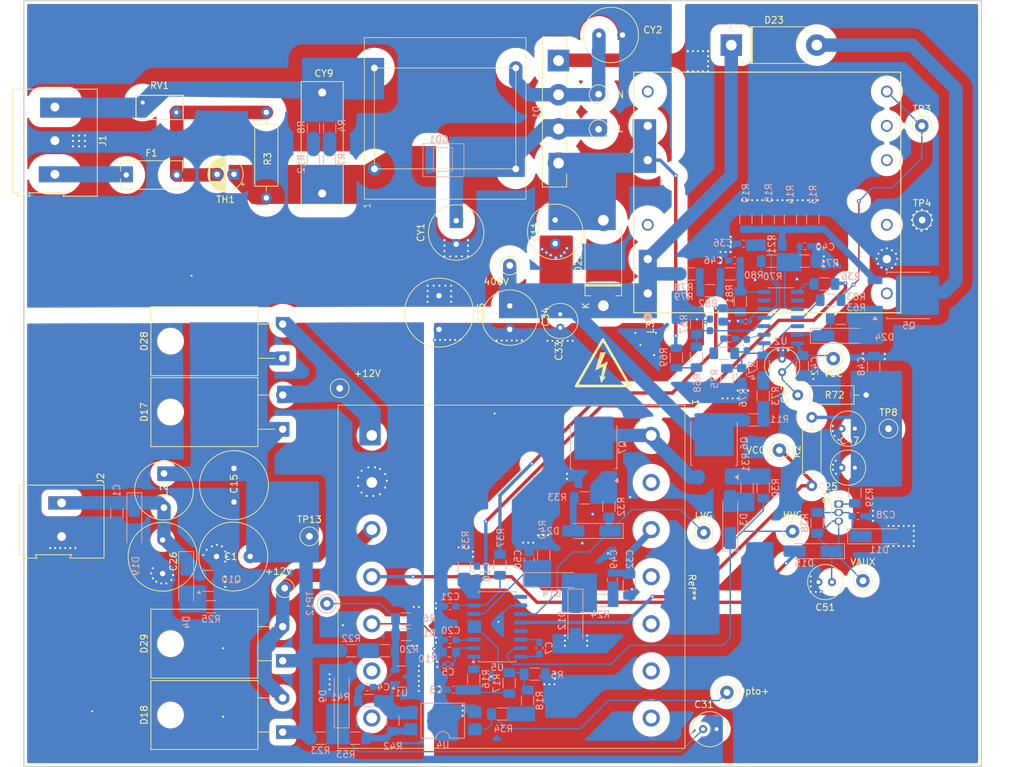
<source format=kicad_pcb>
(kicad_pcb (version 20241229) (generator "pcbnew") (generator_version "9.0")
  (layers (0 "F.Cu" signal) (2 "B.Cu" signal) (13 "F.Paste" user) (15 "B.Paste" user) (5 "F.SilkS" user "F.Silkscreen") (7 "B.SilkS" user "B.Silkscreen") (1 "F.Mask" user) (3 "B.Mask" user) (25 "Edge.Cuts" user))
  (net 0 "")
  (net 1 "Torpak")
  (net 2 "+24V")
  (net 3 "Filtreli N")
  (net 4 "Filtreli L")
  (net 5 "Net-(U1-K)")
  (net 6 "Net-(U1-REF)")
  (net 7 "GNDREF")
  (net 8 "Net-(D17-K)")
  (net 9 "GND")
  (net 10 "Net-(D11-K)")
  (net 11 "Net-(D12-K)")
  (net 12 "L")
  (net 13 "Net-(F1-Pad2)")
  (net 14 "N")
  (net 15 "Net-(C4-Pad1)")
  (net 16 "Net-(U2-INV)")
  (net 17 "1P+")
  (net 18 "OPTO+")
  (net 19 "Net-(U2-RUN)")
  (net 20 "Net-(D2-A)")
  (net 21 "Net-(D2-K)")
  (net 22 "Net-(D3-A)")
  (net 23 "Net-(D3-K)")
  (net 24 "FET+")
  (net 25 "Net-(D18-A)")
  (net 26 "1P-")
  (net 27 "Net-(D4-A)")
  (net 28 "Net-(U2-COMP)")
  (net 29 "Net-(R4-Pad1)")
  (net 30 "Net-(R12-Pad2)")
  (net 31 "Net-(R20-Pad1)")
  (net 32 "ZCD")
  (net 34 "Net-(U5-DELAY)")
  (net 35 "Net-(U5-VBOOT)")
  (net 36 "Net-(U5-OUT)")
  (net 37 "Net-(C8-Pad2)")
  (net 38 "PWM-Latch")
  (net 39 "Vrect")
  (net 40 "Net-(U5-CF)")
  (net 41 "Net-(U5-LINE)")
  (net 42 "Vaux")
  (net 43 "Net-(D9-K)")
  (net 44 "+400V")
  (net 45 "Net-(U2-CS)")
  (net 46 "Mult")
  (net 47 "Net-(U2-VFF)")
  (net 48 "Net-(U2-VCC)")
  (net 49 "Net-(C45-Pad1)")
  (net 50 "PFC-OK")
  (net 51 "Net-(C49-Pad1)")
  (net 52 "Net-(D14-K)")
  (net 53 "Vs")
  (net 54 "Net-(CY9-Pad1)")
  (net 55 "Net-(D15-A)")
  (net 56 "Net-(D17-A)")
  (net 57 "Net-(D24-K)")
  (net 58 "Net-(D24-A)")
  (net 59 "Net-(Q1-E)")
  (net 60 "Net-(Q5-S)")
  (net 61 "Net-(Q6-G)")
  (net 62 "Net-(Q7-G)")
  (net 63 "Net-(U5-VCC)")
  (net 64 "Net-(U5-RFMIN)")
  (net 65 "Net-(R11-Pad2)")
  (net 66 "Net-(U5-CSS)")
  (net 67 "Net-(R18-Pad2)")
  (net 68 "Net-(U2-PWM_LATCH)")
  (net 69 "LINE")
  (net 70 "Net-(R42-Pad2)")
  (net 71 "Net-(R68-Pad2)")
  (net 72 "Net-(R73-Pad2)")
  (net 73 "Net-(R78-Pad2)")
  (net 74 "Net-(R79-Pad2)")
  (net 78 "Net-(U2-ZCD)")
  (footprint "Resistor_THT:R_Axial_DIN0309_L9.0mm_D3.2mm_P12.70mm_Horizontal" (layer "F.Cu") (at 97.6 69 -90)
    (property "Reference" "R3")
    (property "Value" "1.5M")
  )
  (footprint "TestPoint:TestPoint_Keystone_5000-5004_Miniature" (layer "F.Cu") (at 173.8 119.2 180)
    (property "Reference" "VCC")
    (property "Value" "VSW")
  )
  (footprint "Package_TO_SOT_THT:TO-220-2_Horizontal_TabDown" (layer "F.Cu") (at 100.035 105.54 90)
    (property "Reference" "D28")
    (property "Value" "4 x STPS20H100CF")
  )
  (footprint "Diode_THT:Diode_Bridge_Vishay_GBU" (layer "F.Cu") (at 141 61.3 -90)
    (property "Reference" "D1")
    (property "Value" "GBU8J")
  )
  (footprint "Capacitor_THT:C_Radial_D10.0mm_H16.0mm_P5.00mm" (layer "F.Cu") (at 123.25 96.25 -90)
    (property "Reference" "C35")
    (property "Value" "2.2nF-Y1")
  )
  (footprint "Library:EH24-3.0-02-1M2" (layer "F.Cu") (at 133.05 76.4 90)
    (property "Reference" "L1" (hide yes))
    (property "Value" "15mH" (hide yes))
  )
  (footprint "Package_TO_SOT_THT:TO-220-2_Horizontal_TabDown" (layer "F.Cu") (at 100.035 161.095 90)
    (property "Reference" "D18")
    (property "Value" "2 x STPS20H100CF")
  )
  (footprint "Diode_THT:D_DO-201AD_P12.70mm_Horizontal" (layer "F.Cu") (at 147.65 97.73 90)
    (property "Reference" "D22")
    (property "Value" "1N5406G")
  )
  (footprint "Capacitor_THT:C_Radial_D8.0mm_H11.5mm_P3.50mm" (layer "F.Cu") (at 125.8 88.6 90)
    (property "Reference" "CY1")
    (property "Value" "300VAC 22uF")
  )
  (footprint "Capacitor_THT:C_Radial_D5.0mm_H7.0mm_P2.00mm" (layer "F.Cu") (at 185 121.8 180)
    (property "Reference" "C25")
    (property "Value" "10uF/50V")
  )
  (footprint "Capacitor_THT:C_Radial_D10.0mm_H16.0mm_P5.00mm" (layer "F.Cu") (at 92.8 121.9 -90)
    (property "Reference" "C15")
    (property "Value" "470uF 35V")
  )
  (footprint "Package_TO_SOT_THT:TO-220-2_Horizontal_TabDown" (layer "F.Cu") (at 100.035 150.495 90)
    (property "Reference" "D29")
    (property "Value" "STPS20H100CF")
  )
  (footprint "Capacitor_THT:C_Radial_D8.0mm_H11.5mm_P3.50mm" (layer "F.Cu") (at 133.75 97.75 -90)
    (property "Reference" "C34")
    (property "Value" "450V 1uF")
  )
  (footprint "Capacitor_THT:C_Rect_L9.0mm_W4.0mm_P7.50mm_MKT" (layer "F.Cu") (at 76.8 78.3)
    (property "Reference" "F1")
    (property "Value" "MST 6.3A 300V")
  )
  (footprint "Package_TO_SOT_THT:TO-220-2_Horizontal_TabDown" (layer "F.Cu") (at 100.035 116.08 90)
    (property "Reference" "D17")
    (property "Value" "STPS20H100CF")
  )
  (footprint "Package_TO_SOT_THT:TO-92Flat" (layer "F.Cu") (at 182.6 127.2 -90)
    (property "Reference" "Q1")
    (property "Value" "BC547C")
  )
  (footprint "Capacitor_THT:C_Radial_D10.0mm_H16.0mm_P5.00mm" (layer "F.Cu") (at 95.2 135 180)
    (property "Reference" "C14")
    (property "Value" "470uF 35V")
  )
  (footprint "Capacitor_THT:C_Radial_D10.0mm_H16.0mm_P5.00mm" (layer "F.Cu") (at 82.2 132.535 -90)
    (property "Reference" "C26")
    (property "Value" "470uF 35V")
  )
  (footprint "Capacitor_THT:C_Radial_D5.0mm_H7.0mm_P2.00mm" (layer "F.Cu") (at 162.465 160.655)
    (property "Reference" "C31")
    (property "Value" "10uF/50V")
  )
  (footprint "Capacitor_THT:C_Radial_D8.0mm_H11.5mm_P3.50mm" (layer "F.Cu") (at 140.5 85 -90)
    (property "Reference" "C11")
    (property "Value" "450V 1uF")
  )
  (footprint "Varistor:RV_Disc_D7mm_W3.6mm_P5mm" (layer "F.Cu") (at 79.25 67.53333)
    (property "Reference" "RV1" (hide yes))
    (property "Value" "Varistor")
  )
  (footprint "Capacitor_THT:C_Radial_D5.0mm_H7.0mm_P2.00mm" (layer "F.Cu") (at 185 116 180)
    (property "Reference" "C47")
    (property "Value" "10uF/50V")
  )
  (footprint "TestPoint:TestPoint_Keystone_5000-5004_Miniature" (layer "F.Cu") (at 190 116)
    (property "Reference" "TP8")
    (property "Value" "Vaux")
  )
  (footprint "Capacitor_THT:C_Rect_L18.0mm_W6.0mm_P15.00mm_FKS3_FKP3" (layer "F.Cu") (at 105.9 81.05 90)
    (property "Reference" "CY9")
    (property "Value" "100nF")
  )
  (footprint "TestPoint:TestPoint_Keystone_5000-5004_Miniature" (layer "F.Cu") (at 194.95 71)
    (property "Reference" "TP3")
    (property "Value" "ZCD")
  )
  (footprint "TestPoint:TestPoint_Keystone_5000-5004_Miniature" (layer "F.Cu") (at 181.8 105.6)
    (property "Reference" "VCC")
    (property "Value" "VPFC")
  )
  (footprint "Diode_THT:D_DO-201AD_P12.70mm_Horizontal" (layer "F.Cu") (at 166.65 59)
    (property "Reference" "D23")
    (property "Value" "1N5406G")
  )
  (footprint "TestPoint:TestPoint_Keystone_5000-5004_Miniature" (layer "F.Cu") (at 133.75 91.75 -90)
    (property "Reference" "400V")
    (property "Value" "HV")
  )
  (footprint "Capacitor_THT:CP_Radial_D5.0mm_P2.50mm" (layer "F.Cu") (at 92.8 78.2 180)
    (property "Reference" "TH1")
    (property "Value" "16r")
  )
  (footprint "footprintsasd:CPV-PQ35&slash_35-1S-12P-Z_FXC" (layer "F.Cu") (at 154.25 95.9 90)
    (property "Reference" "L3")
    (property "Value" "L_Iron")
  )
  (footprint "TestPoint:TestPoint_Keystone_5000-5004_Miniature" (layer "F.Cu") (at 100.33 139.7)
    (property "Reference" "+12V")
    (property "Value" "+12V")
  )
  (footprint "Symbol:Symbol_HighVoltage_Triangle_8x7mm_Copper" (layer "F.Cu") (at 147.6 106.2)
    (property "Reference" "REF**" (hide yes))
    (property "Value" "Symbol_HighVoltage_Triangle_8x7mm_Copper" (hide yes))
  )
  (footprint "TerminalBlock:TerminalBlock_Altech_AK300-2_P5.00mm" (layer "F.Cu") (at 67.2 127.035 -90)
    (property "Reference" "J2")
    (property "Value" "Terminal_01x02")
  )
  (footprint "TerminalBlock:TerminalBlock_Altech_AK300-3_P5.00mm" (layer "F.Cu") (at 66.2 68.2 -90)
    (property "Reference" "J1")
    (property "Value" "Screw_Terminal_01x03")
  )
  (footprint "TestPoint:TestPoint_Keystone_5000-5004_Miniature" (layer "F.Cu") (at 175.75 131.25 -90)
    (property "Reference" "HVG")
    (property "Value" "HVG")
  )
  (footprint "Library:Trafo" (layer "F.Cu") (at 75.7625 90 -90)
    (property "Reference" "T2" (hide yes))
    (property "Value" "Transformer_SP_2S" (hide yes))
  )
  (footprint "TestPoint:TestPoint_Keystone_5000-5004_Miniature" (layer "F.Cu") (at 146.95 71.5)
    (property "Reference" "L")
    (property "Value" "L")
  )
  (footprint "TestPoint:TestPoint_Keystone_5000-5004_Miniature" (layer "F.Cu") (at 186.2 138.6 90)
    (property "Reference" "VAUX")
    (property "Value" "Vs")
  )
  (footprint "TestPoint:TestPoint_Keystone_5000-5004_Miniature" (layer "F.Cu") (at 146.95 66.3)
    (property "Reference" "N")
    (property "Value" "N")
  )
  (footprint "Capacitor_THT:C_Radial_D5.0mm_H7.0mm_P2.00mm" (layer "F.Cu") (at 141.25 99 -90)
    (property "Reference" "C33")
    (property "Value" "470nF/630V")
  )
  (footprint "Fuse:Fuse_Littelfuse_372_D8.50mm" (layer "F.Cu") (at 82.4 122.66 -90)
    (property "Reference" "L2")
    (property "Value" "2.2uH")
  )
  (footprint "TestPoint:TestPoint_Keystone_5000-5004_Miniature" (layer "F.Cu") (at 166 155.2 180)
    (property "Reference" "Opto+")
    (property "Value" "Opto")
  )
  (footprint "TestPoint:TestPoint_Keystone_5000-5004_Miniature" (layer "F.Cu") (at 108.5 110)
    (property "Reference" "+12V")
    (property "Value" "+12V")
  )
  (footprint "TestPoint:TestPoint_Keystone_5000-5004_Miniature" (layer "F.Cu") (at 195 85)
    (property "Reference" "TP4")
    (property "Value" "Hgnd")
  )
  (footprint "Resistor_THT:R_Axial_DIN0207_L6.3mm_D2.5mm_P10.16mm_Horizontal" (layer "F.Cu") (at 178.6 124.48 90)
    (property "Reference" "R2")
    (property "Value" "47")
  )
  (footprint "Capacitor_THT:C_Radial_D8.0mm_H11.5mm_P3.50mm" (layer "F.Cu") (at 147 57.5)
    (property "Reference" "CY2")
    (property "Value" "300VAC 22uF")
  )
  (footprint "Resistor_THT:R_Axial_DIN0207_L6.3mm_D2.5mm_P10.16mm_Horizontal" (layer "F.Cu") (at 186.68 111 180)
    (property "Reference" "R72")
    (property "Value" "47")
  )
  (footprint "Capacitor_THT:C_Radial_D5.0mm_H7.0mm_P2.00mm" (layer "F.Cu") (at 181.6 138.8 180)
    (property "Reference" "C51")
    (property "Value" "10uF/50V")
  )
  (footprint "TestPoint:TestPoint_Keystone_5000-5004_Miniature" (layer "F.Cu") (at 162.56 131.445)
    (property "Reference" "LVG")
    (property "Value" "LVG")
  )
  (footprint "Capacitor_THT:C_Radial_D5.0mm_H7.0mm_P2.00mm" (layer "F.Cu") (at 174.2 107.6 90)
    (property "Reference" "C43")
    (property "Value" "10uF/50V")
  )
  (footprint "TestPoint:TestPoint_Keystone_5000-5004_Miniature" (layer "F.Cu") (at 104 132)
    (property "Reference" "TP13")
    (property "Value" "+24")
  )
  (footprint "Diode_SMD:D_MiniMELF_Handsoldering" (layer "B.Cu") (at 108.8 155.8 90)
    (property "Reference" "D9")
    (property "Value" "12V")
  )
  (footprint "Diode_SMD:D_MiniMELF_Handsoldering" (layer "B.Cu") (at 143.5 144.5 -90)
    (property "Reference" "D12")
    (property "Value" "LL4148")
  )
  (footprint "Resistor_SMD:R_1206_3216Metric_Pad1.30x1.75mm_HandSolder" (layer "B.Cu") (at 105.65 162)
    (property "Reference" "R23")
    (property "Value" "2.2k")
  )
  (footprint "Resistor_SMD:R_1206_3216Metric_Pad1.30x1.75mm_HandSolder" (layer "B.Cu") (at 181.4 96.9 180)
    (property "Reference" "R83")
    (property "Value" "56k")
  )
  (footprint "Capacitor_SMD:C_0603_1608Metric_Pad1.08x0.95mm_HandSolder" (layer "B.Cu") (at 125.4 154.8)
    (property "Reference" "C8")
    (property "Value" "2.2uF")
  )
  (footprint "Resistor_SMD:R_1206_3216Metric_Pad1.30x1.75mm_HandSolder" (layer "B.Cu") (at 110.2 149 180)
    (property "Reference" "R22")
    (property "Value" "33")
  )
  (footprint "Diode_SMD:D_MiniMELF_Handsoldering" (layer "B.Cu") (at 188.6 132)
    (property "Reference" "D11")
    (property "Value" "BZV55B15")
  )
  (footprint "Capacitor_SMD:C_1206_3216Metric_Pad1.33x1.80mm_HandSolder" (layer "B.Cu") (at 136.4 156.4 -90)
    (property "Reference" "R18")
    (property "Value" "2 x 5.6k")
  )
  (footprint "Diode_SMD:D_MiniMELF_Handsoldering" (layer "B.Cu") (at 166.5 129.5 90)
    (property "Reference" "D3")
    (property "Value" "LL4148")
  )
  (footprint "Resistor_SMD:R_1206_3216Metric" (layer "B.Cu") (at 168.82 84.92 90)
    (property "Reference" "R19")
    (property "Value" "3 x 0.68R")
  )
  (footprint "Package_TO_SOT_SMD:TO-252-2" (layer "B.Cu") (at 146.22 118.66 90)
    (property "Reference" "Q7")
    (property "Value" "STD4NK60ZT4")
  )
  (footprint "Resistor_SMD:R_1206_3216Metric_Pad1.30x1.75mm_HandSolder" (layer "B.Cu") (at 118.35 144.29)
    (property "Reference" "R6")
    (property "Value" "3.9k")
  )
  (footprint "Resistor_SMD:R_1206_3216Metric_Pad1.30x1.75mm_HandSolder" (layer "B.Cu") (at 144.87 126.28)
    (property "Reference" "R33")
    (property "Value" "10R")
  )
  (footprint "Resistor_SMD:R_1206_3216Metric_Pad1.30x1.75mm_HandSolder" (layer "B.Cu") (at 116.4 159.4 -90)
    (property "Reference" "R42")
    (property "Value" "1k")
  )
  (footprint "Resistor_SMD:R_1206_3216Metric_Pad1.30x1.75mm_HandSolder" (layer "B.Cu") (at 168 97.1 -90)
    (property "Reference" "R81")
    (property "Value" "5.1k")
  )
  (footprint "Package_SO:SO-16_5.3x10.2mm_P1.27mm" (layer "B.Cu") (at 131.9 145.4375)
    (property "Reference" "U5")
    (property "Value" "L6599D")
  )
  (footprint "Resistor_SMD:R_1206_3216Metric_Pad1.30x1.75mm_HandSolder" (layer "B.Cu") (at 166 108.6 -90)
    (property "Reference" "R75")
    (property "Value" "15k")
  )
  (footprint "Capacitor_SMD:C_0603_1608Metric_Pad1.08x0.95mm_HandSolder" (layer "B.Cu") (at 124.9 147.4)
    (property "Reference" "C20")
    (property "Value" "270pF")
  )
  (footprint "Resistor_SMD:R_1206_3216Metric" (layer "B.Cu") (at 160.5 93)
    (property "Reference" "R78")
    (property "Value" "2.2M")
  )
  (footprint "Resistor_SMD:R_1206_3216Metric" (layer "B.Cu") (at 175.44 84.92 90)
    (property "Reference" "R14")
    (property "Value" "0.68R")
  )
  (footprint "Resistor_SMD:R_1206_3216Metric" (layer "B.Cu") (at 171.39 111.125 90)
    (property "Reference" "R73")
    (property "Value" "3 x 680k")
  )
  (footprint "Resistor_SMD:R_1206_3216Metric_Pad1.30x1.75mm_HandSolder" (layer "B.Cu") (at 138.8 134.85 -90)
    (property "Reference" "R40")
    (property "Value" "75")
  )
  (footprint "Capacitor_SMD:C_0603_1608Metric_Pad1.08x0.95mm_HandSolder" (layer "B.Cu") (at 168.5 88.5 180)
    (property "Reference" "C36")
    (property "Value" "330pF")
  )
  (footprint "Capacitor_SMD:C_0603_1608Metric_Pad1.08x0.95mm_HandSolder" (layer "B.Cu") (at 138.1625 148.6025 90)
    (property "Reference" "C7")
    (property "Value" "100nF")
  )
  (footprint "Capacitor_SMD:C_0805_2012Metric_Pad1.18x1.45mm_HandSolder" (layer "B.Cu") (at 136.64 135.42 -90)
    (property "Reference" "C50")
    (property "Value" "220nF")
  )
  (footprint "TestPoint:TestPoint_Keystone_5000-5004_Miniature" (layer "B.Cu") (at 106.6 142 -90)
    (property "Reference" "TP12")
    (property "Value" "+2.5V")
  )
  (footprint "Resistor_SMD:R_1206_3216Metric_Pad1.30x1.75mm_HandSolder" (layer "B.Cu") (at 112.8 156.4)
    (property "Reference" "R41")
    (property "Value" "27k")
  )
  (footprint "Resistor_SMD:R_1206_3216Metric" (layer "B.Cu") (at 107 71.3625 90)
    (property "Reference" "R4")
    (property "Value" "2 x 2 x 40k 0.5W SMD")
  )
  (footprint "Transformer_SMD:Transformer_Wurth_WE-AGDT-EP7" (layer "B.Cu") (at 126.95 73.65 180)
    (property "Reference" "GD1")
    (property "Value" "GDT_2Pin" (hide yes))
  )
  (footprint "Diode_SMD:D_MiniMELF_Handsoldering" (layer "B.Cu") (at 85.7 138.92 -90)
    (property "Reference" "D4")
    (property "Value" "27V")
  )
  (footprint "Resistor_SMD:R_1206_3216Metric_Pad1.30x1.75mm_HandSolder" (layer "B.Cu") (at 165.6 104.8 180)
    (property "Reference" "R77" (hide yes))
    (property "Value" "56k")
  )
  (footprint "Capacitor_SMD:C_0603_1608Metric_Pad1.08x0.95mm_HandSolder" (layer "B.Cu") (at 163.48 100.58 90)
    (property "Reference" "C39" (hide yes))
    (property "Value" "10nF")
  )
  (footprint "Resistor_SMD:R_1206_3216Metric_Pad1.30x1.75mm_HandSolder" (layer "B.Cu") (at 161.5 100.45 90)
    (property "Reference" "R67")
    (property "Value" "10k")
  )
  (footprint "Resistor_SMD:R_1206_3216Metric_Pad1.30x1.75mm_HandSolder" (layer "B.Cu") (at 132.6 158.4 180)
    (property "Reference" "R34")
    (property "Value" "5.6k")
  )
  (footprint "Resistor_SMD:R_1206_3216Metric_Pad1.30x1.75mm_HandSolder" (layer "B.Cu") (at 133.6625 153.82 90)
    (property "Reference" "R17")
    (property "Value" "2.7k")
  )
  (footprint "Resistor_SMD:R_1206_3216Metric_Pad1.30x1.75mm_HandSolder" (layer "B.Cu") (at 179.4 130 -90)
    (property "Reference" "R38")
    (property "Value" "10k")
  )
  (footprint "Resistor_SMD:R_1206_3216Metric" (layer "B.Cu") (at 178.75 84.92 90)
    (property "Reference" "R13")
    (property "Value" "2.2R")
  )
  (footprint "Resistor_SMD:R_1206_3216Metric_Pad1.30x1.75mm_HandSolder" (layer "B.Cu") (at 172.65 88.7)
    (property "Reference" "R21")
    (property "Value" "1k")
  )
  (footprint "Resistor_SMD:R_1206_3216Metric" (layer "B.Cu") (at 171.4 106.5625 90)
    (property "Reference" "R74")
    (property "Value" "680k")
  )
  (footprint "Resistor_SMD:R_0805_2012Metric_Pad1.20x1.40mm_HandSolder" (layer "B.Cu") (at 165.4 99.1 -90)
    (property "Reference" "R82")
    (property "Value" "30k")
  )
  (footprint "Package_TO_SOT_SMD:SOT-23-3" (layer "B.Cu") (at 88.9 138.62)
    (property "Reference" "Q10")
    (property "Value" "BC847C")
  )
  (footprint "Capacitor_SMD:C_0402_1005Metric_Pad0.74x0.62mm_HandSolder" (layer "B.Cu") (at 124.6 151)
    (property "Reference" "C5")
    (property "Value" "470nF")
  )
  (footprint "Capacitor_SMD:C_0603_1608Metric_Pad1.08x0.95mm_HandSolder" (layer "B.Cu") (at 167.13 91)
    (property "Reference" "C46")
    (property "Value" "10nF")
  )
  (footprint "Diode_SMD:D_MiniMELF_Handsoldering" (layer "B.Cu") (at 183.05 102.2)
    (property "Reference" "D24")
    (property "Value" "LL4148")
  )
  (footprint "Package_TO_SOT_SMD:SOT-23" (layer "B.Cu") (at 117.6625 152.85)
    (property "Reference" "U1")
    (property "Value" "TL431DBZ")
  )
  (footprint "Capacitor_SMD:C_0603_1608Metric_Pad1.08x0.95mm_HandSolder" (layer "B.Cu") (at 124.9 142.4 180)
    (property "Reference" "C21")
    (property "Value" "4.7nF")
  )
  (footprint "Resistor_SMD:R_1206_3216Metric_Pad1.30x1.75mm_HandSolder" (layer "B.Cu") (at 177.55 91.1 180)
    (property "Reference" "R71")
    (property "Value" "240k")
  )
  (footprint "Resistor_SMD:R_1206_3216Metric_Pad1.30x1.75mm_HandSolder" (layer "B.Cu") (at 110.85 162 180)
    (property "Reference" "R53")
    (property "Value" "5.6k")
  )
  (footprint "Capacitor_SMD:C_1206_3216Metric_Pad1.33x1.80mm_HandSolder" (layer "B.Cu") (at 177.2 106.7 90)
    (property "Reference" "C42")
    (property "Value" "10uF")
  )
  (footprint "Package_TO_SOT_SMD:TO-252-2" (layer "B.Cu") (at 164.0825 118.16 90)
    (property "Reference" "Q6")
    (property "Value" "STD4NK60ZT4")
  )
  (footprint "Capacitor_SMD:C_0603_1608Metric" (layer "B.Cu") (at 177.575 88.9 180)
    (property "Reference" "C40")
    (property "Value" "2.2pF")
  )
  (footprint "Resistor_SMD:R_1206_3216Metric_Pad1.30x1.75mm_HandSolder" (layer "B.Cu") (at 148.47 127.58 90)
    (property "Reference" "R32")
    (property "Value" "100R")
  )
  (footprint "Resistor_SMD:R_1206_3216Metric" (layer "B.Cu") (at 115.2 149)
    (property "Reference" "R20")
    (property "Value" "0")
  )
  (footprint "Resistor_SMD:R_1206_3216Metric_Pad1.30x1.75mm_HandSolder" (layer "B.Cu") (at 182.9 99.5925)
    (property "Reference" "R63")
    (property "Value" "10R")
  )
  (footprint "Resistor_SMD:R_1206_3216Metric_Pad1.30x1.75mm_HandSolder" (layer "B.Cu") (at 169 124.8 90)
    (property "Reference" "R31")
    (property "Value" "10R")
  )
  (footprint "Capacitor_SMD:C_0603_1608Metric_Pad1.08x0.95mm_HandSolder" (layer "B.Cu") (at 168.95 103.57 90)
    (property "Reference" "C44" (hide yes))
    (property "Value" "100nF")
  )
  (footprint "Resistor_SMD:R_1206_3216Metric_Pad1.30x1.75mm_HandSolder" (layer "B.Cu") (at 147.5 141.5 180)
    (property "Reference" "R24")
    (property "Value" "150")
  )
  (footprint "Resistor_SMD:R_1206_3216Metric_Pad1.30x1.75mm_HandSolder" (layer "B.Cu") (at 127 136.5 90)
    (property "Reference" "R35")
    (property "Value" "10k")
  )
  (footprint "Capacitor_SMD:C_1206_3216Metric_Pad1.33x1.80mm_HandSolder" (layer "B.Cu") (at 187.8 106.7375 -90)
    (property "Reference" "C48")
    (property "Value" "10uF")
  )
  (footprint "Package_SO:SOIC-14_3.9x8.7mm_P1.27mm" (layer "B.Cu") (at 174 99.5)
    (property "Reference" "U2")
    (property "Value" "L6563")
  )
  (footprint "Resistor_SMD:R_1206_3216Metric" (layer "B.Cu") (at 104.6 76 90)
    (property "Reference" "R12")
    (property "Value" "40k 0.5W SMD")
  )
  (footprint "Diode_SMD:D_MiniMELF_Handsoldering" (layer "B.Cu") (at 145.94 131.2 180)
    (property "Reference" "D2")
    (property "Value" "LL4148")
  )
  (footprint "Resistor_SMD:R_1206_3216Metric_Pad1.30x1.75mm_HandSolder" (layer "B.Cu") (at 89.4 142.47)
    (property "Reference" "R25")
    (property "Value" "1k")
  )
  (footprint "Capacitor_SMD:C_0402_1005Metric_Pad0.74x0.62mm_HandSolder" (layer "B.Cu") (at 168.8 100.08)
    (property "Reference" "C41" (hide yes))
    (property "Value" "470nF")
  )
  (footprint "Capacitor_SMD:C_0603_1608Metric_Pad1.08x0.95mm_HandSolder" (layer "B.Cu") (at 166.4 102.62)
    (property "Reference" "C45" (hide yes))
    (property "Value" "1uF")
  )
  (footprint "Resistor_SMD:R_1206_3216Metric_Pad1.30x1.75mm_HandSolder" (layer "B.Cu") (at 161.48 105.38 -90)
    (property "Reference" "R68")
    (property "Value" "620k")
  )
  (footprint "Capacitor_SMD:C_1206_3216Metric_Pad1.33x1.80mm_HandSolder" (layer "B.Cu") (at 75.4 128.6 -90)
    (property "Reference" "C1")
    (property "Value" "10uF")
  )
  (footprint "Resistor_SMD:R_1206_3216Metric_Pad1.30x1.75mm_HandSolder" (layer "B.Cu") (at 118.35 146.6)
    (property "Reference" "R1")
    (property "Value" "3.9k")
  )
  (footprint "Capacitor_SMD:C_0603_1608Metric_Pad1.08x0.95mm_HandSolder" (layer "B.Cu") (at 112.6 154.4)
    (property "Reference" "C4")
    (property "Value" "47nF")
  )
  (footprint "Resistor_SMD:R_1206_3216Metric" (layer "B.Cu") (at 169.9375 114.7)
    (property "Reference" "R11")
    (property "Value" "680k")
  )
  (footprint "Capacitor_SMD:C_0603_1608Metric_Pad1.08x0.95mm_HandSolder" (layer "B.Cu") (at 128.9 137.3 90)
    (property "Reference" "C10")
    (property "Value" "10nF")
  )
  (footprint "Package_DIP:SMDIP-4_W9.53mm" (layer "B.Cu") (at 123.8 159.4)
    (property "Reference" "U4")
    (property "Value" "LTV-817S")
  )
  (footprint "Resistor_SMD:R_1206_3216Metric_Pad1.30x1.75mm_HandSolder" (layer "B.Cu") (at 172.65 91.1 180)
    (property "Reference" "R70")
    (property "Value" "150k")
  )
  (footprint "Diode_SMD:D_MiniMELF_Handsoldering" (layer "B.Cu") (at 140.5 138.5)
    (property "Reference" "D14")
    (property "Value" "LL4148")
  )
  (footprint "Capacitor_SMD:C_0805_2012Metric" (layer "B.Cu") (at 149 138.42 90)
    (property "Reference" "C49")
    (property "Value" "220pF/630V")
  )
  (footprint "Resistor_SMD:R_1206_3216Metric" (layer "B.Cu") (at 104.6 71.3625 90)
    (property "Reference" "R8")
    (property "Value" "40k 0.5W SMD")
  )
  (footprint "Diode_SMD:D_MiniMELF_Handsoldering" (layer "B.Cu") (at 78 130.2 -90)
    (property "Reference" "D19")
    (property "Value" "24V")
  )
  (footprint "Diode_SMD:D_MiniMELF_Handsoldering" (layer "B.Cu") (at 178.8 134.2 180)
    (property "Reference" "D15")
    (property "Value" "BAV103")
  )
  (footprint "Resistor_SMD:R_1206_3216Metric_Pad1.30x1.75mm_HandSolder" (layer "B.Cu") (at 171.4 124.8 90)
    (property "Reference" "R30")
    (property "Value" "100R")
  )
  (footprint "Resistor_SMD:R_0805_2012Metric_Pad1.20x1.40mm_HandSolder" (layer "B.Cu") (at 168.2 108 -90)
    (property "Reference" "R76")
    (property "Value" "100k")
  )
  (footprint "Resistor_SMD:R_1206_3216Metric" (layer "B.Cu") (at 128.4 153.2 90)
    (property "Reference" "R16")
    (property "Value" "0")
  )
  (footprint "Resistor_SMD:R_1206_3216Metric" (layer "B.Cu") (at 163.5 95.5)
    (property "Reference" "R79")
    (property "Value" "3 x 2.2M")
  )
  (footprint "Resistor_SMD:R_1206_3216Metric_Pad1.30x1.75mm_HandSolder" (layer "B.Cu") (at 137.4625 152.47 180)
    (property "Reference" "R5")
    (property "Value" "16k")
  )
  (footprint "Resistor_SMD:R_1206_3216Metric_Pad1.30x1.75mm_HandSolder" (layer "B.Cu") (at 185 125.55 -90)
    (property "Reference" "R39")
    (property "Value" "22R")
  )
  (footprint "Resistor_SMD:R_1206_3216Metric" (layer "B.Cu") (at 158.5 105.5 90)
    (property "Reference" "R69")
    (property "Value" "2 x 620k")
  )
  (footprint "Resistor_SMD:R_1206_3216Metric" (layer "B.Cu") (at 166.5 93)
    (property "Reference" "R80")
    (property "Value" "2.2M")
  )
  (footprint "Resistor_SMD:R_1206_3216Metric" (layer "B.Cu") (at 107 76 90)
    (property "Reference" "R7")
    (property "Value" "40k 0.5W SMD")
  )
  (footprint "Resistor_SMD:R_1206_3216Metric" (layer "B.Cu") (at 172.13 84.92 90)
    (property "Reference" "R15")
    (property "Value" "0.68R")
  )
  (footprint "Resistor_SMD:R_1206_3216Metric_Pad1.30x1.75mm_HandSolder" (layer "B.Cu") (at 132.3 136.2375 -90)
    (property "Reference" "R37")
    (property "Value" "10")
  )
  (footprint "Package_TO_SOT_SMD:TO-252-2" (layer "B.Cu") (at 193.04 96.2)
    (property "Reference" "Q5")
    (property "Value" "STD4NK60ZT4")
  )
  (footprint "Capacitor_SMD:C_1206_3216Metric_Pad1.33x1.80mm_HandSolder" (layer "B.Cu") (at 151.5 139.2 90)
    (property "Reference" "C32")
    (property "Value" "22nF/500V")
  )
  (footprint "Capacitor_SMD:C_0603_1608Metric_Pad1.08x0.95mm_HandSolder" (layer "B.Cu") (at 185.4625 129)
    (property "Reference" "C28")
    (property "Value" "1nF")
  )
  (footprint "Resistor_SMD:R_1206_3216Metric_Pad1.30x1.75mm_HandSolder" (layer "B.Cu") (at 180.5 94.5)
    (property "Reference" "R36")
    (property "Value" "1k")
  )
  (footprint "Resistor_SMD:R_0805_2012Metric_Pad1.20x1.40mm_HandSolder" (layer "B.Cu") (at 124.8 149.2)
    (property "Reference" "R10")
    (property "Value" "1M")
  )
  (gr_rect (start 148.4 138.8) (end 149.8 142.4) (stroke (width 0.2)) (fill yes) (layer "B.Cu") (net 51))
  (gr_rect (start 127.6 144.6) (end 129.4 146.2) (stroke (width 0.2)) (fill yes) (layer "B.Cu") (net 64))
  (gr_rect (start 125.8 154.2) (end 129.4 155.4) (stroke (width 0.2)) (fill yes) (layer "B.Cu") (net 37))
  (gr_rect (start 132.25 94.5) (end 155.5 99.5) (stroke (width 0.2)) (fill yes) (layer "B.Cu") (net 44))
  (gr_rect (start 84.8 139.4) (end 88.6 143.2) (stroke (width 0.2)) (fill yes) (layer "B.Cu") (net 27))
  (gr_rect (start 106.6 157) (end 109.8 162.8) (stroke (width 0.2)) (fill yes) (layer "B.Cu") (net 43))
  (gr_rect (start 141.6 137.6) (end 146.6 143.2) (stroke (width 0.2)) (fill yes) (layer "B.Cu") (net 11))
  (gr_rect (start 169 88) (end 171.5 89.5) (stroke (width 0.2)) (fill yes) (layer "B.Cu") (net 45))
  (gr_rect (start 170.6 112) (end 172.2 115.6) (stroke (width 0.2)) (fill yes) (layer "B.Cu") (net 65))
  (gr_rect (start 173.5 90) (end 177 92.5) (stroke (width 0.2)) (fill yes) (layer "B.Cu") (net 19))
  (gr_rect (start 165.6 125.6) (end 170 128.2) (stroke (width 0.2)) (fill yes) (layer "B.Cu") (net 22))
  (gr_line (start 176.75 88.95) (end 176.75 90.95) (stroke (width 0.5)) (layer "B.Cu") (net 19))
  (gr_poly (pts (xy 145.8 127) (xy 149.6 127) (xy 149.6 122.4) (xy 147.6 122.4) (xy 145.8 124.4)) (stroke (width 0.2)) (fill yes) (layer "B.Cu") (net 62))
  (gr_rect (start 103 61) (end 115 67) (stroke (width 0.2)) (fill yes) (layer "B.Cu") (net 14))
  (gr_rect (start 170.6 107.6) (end 172.2 110) (stroke (width 0.2)) (fill yes) (layer "B.Cu") (net 72))
  (gr_rect (start 165.8 122) (end 172.4 124.2) (stroke (width 0.2)) (fill yes) (layer "B.Cu") (net 61))
  (gr_rect (start 133.4 157.4) (end 137.4 159.4) (stroke (width 0.2)) (fill yes) (layer "B.Cu") (net 67))
  (gr_line (start 171.4 102) (end 169 102.6) (stroke (width 0.1)) (layer "B.Cu") (net 28))
  (gr_rect (start 153 89.5) (end 155.5 97) (stroke (width 0.2)) (fill yes) (layer "B.Cu") (net 44))
  (gr_rect (start 184.15 97.85) (end 189.05 103.35) (stroke (width 0.2)) (fill yes) (layer "B.Cu") (net 58))
  (gr_rect (start 111.2 148) (end 114.2 150) (stroke (width 0.2)) (fill yes) (layer "B.Cu") (net 31))
  (gr_rect (start 135.8 135.6) (end 139.8 139.4) (stroke (width 0.2)) (fill yes) (layer "B.Cu") (net 52))
  (gr_line (start 176.4 103.4) (end 177.2 105) (stroke (width 0.5)) (layer "B.Cu") (net 48))
  (gr_rect (start 61.6 52.4) (end 203.8 166.2) (stroke (width 0.2)) (fill no) (layer "Edge.Cuts"))
  (gr_text "RV1" (at 81.75 65 0) (layer "F.SilkS") (effects (font (size 1 1))))
  (segment (start 120 154.75) (end 120.25 155) (width 0.2032) (layer "F.Cu") (net 1))
  (segment (start 107 154.75) (end 120 154.75) (width 0.2032) (layer "F.Cu") (net 1))
  (via (at 90.25 133.25) (size 0.6) (drill 0.3) (layers "F.Cu" "B.Cu") (net 1))
  (via (at 120 148.25) (size 0.6) (drill 0.3) (layers "F.Cu" "B.Cu") (net 1))
  (via (at 69.25 133.75) (size 0.6) (drill 0.3) (layers "F.Cu" "B.Cu") (net 1))
  (via (at 115.25 122.75) (size 0.6) (drill 0.3) (layers "F.Cu" "B.Cu") (net 1))
  (via (at 68.5 133.75) (size 0.6) (drill 0.3) (layers "F.Cu" "B.Cu") (net 1))
  (via (at 83.75 137.75) (size 0.6) (drill 0.3) (layers "F.Cu" "B.Cu") (net 1))
  (via (at 82.75 139) (size 0.6) (drill 0.3) (layers "F.Cu" "B.Cu") (net 1))
  (via (at 91.5 134.25) (size 0.6) (drill 0.3) (layers "F.Cu" "B.Cu") (net 1))
  (via (at 120.25 152) (size 0.6) (drill 0.3) (layers "F.Cu" "B.Cu") (net 1))
  (via (at 107 154.75) (size 0.6) (drill 0.3) (layers "F.Cu" "B.Cu") (net 1))
  (via (at 113.75 121.75) (size 0.6) (drill 0.3) (layers "F.Cu" "B.Cu") (net 1))
  (via (at 91 133.5) (size 0.6) (drill 0.3) (layers "F.Cu" "B.Cu") (net 1))
  (via (at 66.25 133.75) (size 0.6) (drill 0.3) (layers "F.Cu" "B.Cu") (net 1))
  (via (at 112.75 121.75) (size 0.6) (drill 0.3) (layers "F.Cu" "B.Cu") (net 1))
  (via (at 111.75 122.25) (size 0.6) (drill 0.3) (layers "F.Cu" "B.Cu") (net 1))
  (via (at 67 133.75) (size 0.6) (drill 0.3) (layers "F.Cu" "B.Cu") (net 1))
  (via (at 65.5 133.75) (size 0.6) (drill 0.3) (layers "F.Cu" "B.Cu") (net 1))
  (via (at 108.972 145.208) (size 0.6) (drill 0.3) (layers "F.Cu" "B.Cu") (net 1))
  (via (at 114.5 125.75) (size 0.6) (drill 0.3) (layers "F.Cu" "B.Cu") (net 1))
  (via (at 111.25 123.25) (size 0.6) (drill 0.3) (layers "F.Cu" "B.Cu") (net 1))
  (via (at 91.5 135.75) (size 0.6) (drill 0.3) (layers "F.Cu" "B.Cu") (net 1))
  (via (at 120.25 152.75) (size 0.6) (drill 0.3) (layers "F.Cu" "B.Cu") (net 1))
  (via (at 80.75 136.75) (size 0.6) (drill 0.3) (layers "F.Cu" "B.Cu") (net 1))
  (via (at 120.25 155) (size 0.6) (drill 0.3) (layers "F.Cu" "B.Cu") (net 1))
  (via (at 120.25 153.5) (size 0.6) (drill 0.3) (layers "F.Cu" "B.Cu") (net 1))
  (via (at 107 152.5) (size 0.6) (drill 0.3) (layers "F.Cu" "B.Cu") (net 1))
  (via (at 120.25 142.5) (size 0.6) (drill 0.3) (layers "F.Cu" "B.Cu") (net 1))
  (via (at 91.75 135) (size 0.6) (drill 0.3) (layers "F.Cu" "B.Cu") (net 1))
  (via (at 115.5 123.75) (size 0.6) (drill 0.3) (layers "F.Cu" "B.Cu") (net 1))
  (via (at 91.192 158.797) (size 0.6) (drill 0.3) (layers "F.Cu" "B.Cu") (net 1))
  (via (at 91.5 138) (size 0.6) (drill 0.3) (layers "F.Cu" "B.Cu") (net 1))
  (via (at 107 153.25) (size 0.6) (drill 0.3) (layers "F.Cu" "B.Cu") (net 1))
  (via (at 80.5 137.5) (size 0.6) (drill 0.3) (layers "F.Cu" "B.Cu") (net 1))
  (via (at 71.75 158) (size 0.6) (drill 0.3) (layers "F.Cu" "B.Cu") (net 1))
  (via (at 88.25 134.75) (size 0.6) (drill 0.3) (layers "F.Cu" "B.Cu") (net 1))
  (via (at 83.5 138.5) (size 0.6) (drill 0.3) (layers "F.Cu" "B.Cu") (net 1))
  (via (at 119.5 142.5) (size 0.6) (drill 0.3) (layers "F.Cu" "B.Cu") (net 1))
  (via (at 120.25 154.25) (size 0.6) (drill 0.3) (layers "F.Cu" "B.Cu") (net 1))
  (via (at 67.75 133.75) (size 0.6) (drill 0.3) (layers "F.Cu" "B.Cu") (net 1))
  (via (at 82 139) (size 0.6) (drill 0.3) (layers "F.Cu" "B.Cu") (net 1))
  (via (at 89.5 133.5) (size 0.6) (drill 0.3) (layers "F.Cu" "B.Cu") (net 1))
  (via (at 113.5 126) (size 0.6) (drill 0.3) (layers "F.Cu" "B.Cu") (net 1))
  (via (at 115.25 124.75) (size 0.6) (drill 0.3) (layers "F.Cu" "B.Cu") (net 1))
  (via (at 88.75 134) (size 0.6) (drill 0.3) (layers "F.Cu" "B.Cu") (net 1))
  (via (at 111.25 124.5) (size 0.6) (drill 0.3) (layers "F.Cu" "B.Cu") (net 1))
  (via (at 91.192 148.637) (size 0.6) (drill 0.3) (layers "F.Cu" "B.Cu") (net 1))
  (via (at 91.5 139.5) (size 0.6) (drill 0.3) (layers "F.Cu" "B.Cu") (net 1))
  (via (at 91.5 138.75) (size 0.6) (drill 0.3) (layers "F.Cu" "B.Cu") (net 1))
  (via (at 107 154) (size 0.6) (drill 0.3) (layers "F.Cu" "B.Cu") (net 1))
  (via (at 111.75 125.5) (size 0.6) (drill 0.3) (layers "F.Cu" "B.Cu") (net 1))
  (via (at 80.75 138.25) (size 0.6) (drill 0.3) (layers "F.Cu" "B.Cu") (net 1))
  (via (at 119.25 148.25) (size 0.6) (drill 0.3) (layers "F.Cu" "B.Cu") (net 1))
  (via (at 114.5 122) (size 0.6) (drill 0.3) (layers "F.Cu" "B.Cu") (net 1))
  (via (at 112.5 126) (size 0.6) (drill 0.3) (layers "F.Cu" "B.Cu") (net 1))
  (via (at 81.25 138.75) (size 0.6) (drill 0.3) (layers "F.Cu" "B.Cu") (net 1))
  (via (at 120.25 151.25) (size 0.6) (drill 0.3) (layers "F.Cu" "B.Cu") (net 1))
  (segment (start 67.2 127.035) (end 81.695 127.035) (width 2) (layer "B.Cu") (net 2))
  (segment (start 82.4 132.3075) (end 87.7625 137.67) (width 2) (layer "B.Cu") (net 2))
  (segment (start 81.695 127.035) (end 82.4 127.74) (width 2) (layer "B.Cu") (net 2))
  (segment (start 82.4 127.74) (end 82.4 132.3075) (width 2) (layer "B.Cu") (net 2))
  (segment (start 146.87 66.38) (end 141 66.38) (width 2) (layer "B.Cu") (net 3))
  (segment (start 147 59.75) (end 147 57.5) (width 2) (layer "B.Cu") (net 3))
  (segment (start 146.95 66.3) (end 146.95 59.8) (width 2) (layer "B.Cu") (net 3))
  (segment (start 146.95 59.8) (end 147 59.75) (width 2) (layer "B.Cu") (net 3))
  (segment (start 136.63 66.38) (end 141 66.38) (width 2) (layer "B.Cu") (net 3))
  (segment (start 146.95 66.3) (end 146.87 66.38) (width 2) (layer "B.Cu") (net 3))
  (segment (start 134.65 62.4) (end 134.65 64.4) (width 2) (layer "B.Cu") (net 3))
  (segment (start 134.65 64.4) (end 136.63 66.38) (width 2) (layer "B.Cu") (net 3))
  (segment (start 125.8 85.1) (end 125.8 85) (width 2) (layer "B.Cu") (net 4))
  (segment (start 125.8 85) (end 125.85 84.95) (width 2) (layer "B.Cu") (net 4))
  (segment (start 116.4 154.125) (end 116.4 157.85) (width 0.2032) (layer "B.Cu") (net 5))
  (segment (start 116.725 153.8) (end 116.4 154.125) (width 0.2032) (layer "B.Cu") (net 5))
  (segment (start 116.8 144.29) (end 116.8 151.825) (width 1) (layer "B.Cu") (net 6))
  (segment (start 106.6 142) (end 114.51 142) (width 0.2032) (layer "B.Cu") (net 6))
  (segment (start 113.4625 154.4) (end 114.225 154.4) (width 0.2032) (layer "B.Cu") (net 6))
  (segment (start 114.225 154.4) (end 116.725 151.9) (width 0.2032) (layer "B.Cu") (net 6))
  (segment (start 114.51 142) (end 116.8 144.29) (width 0.2032) (layer "B.Cu") (net 6))
  (segment (start 116.8 151.825) (end 116.725 151.9) (width 0.2032) (layer "B.Cu") (net 6))
  (segment (start 113.2625 145) (end 120.75 145) (width 0.2032) (layer "F.Cu") (net 7))
  (segment (start 141.05 61.25) (end 161.75 61.25) (width 2) (layer "F.Cu") (net 7))
  (segment (start 120.75 145) (end 122.8 147.05) (width 0.2032) (layer "F.Cu") (net 7))
  (segment (start 141 61.3) (end 141.05 61.25) (width 2) (layer "F.Cu") (net 7))
  (via (at 193.75 131.95) (size 0.6) (drill 0.3) (layers "F.Cu" "B.Cu") (net 7))
  (via (at 123 150.65) (size 0.6) (drill 0.3) (layers "F.Cu" "B.Cu") (net 7))
  (via (at 178.45 138.7) (size 0.6) (drill 0.3) (layers "F.Cu" "B.Cu") (net 7))
  (via (at 181.7 115.6) (size 0.6) (drill 0.3) (layers "F.Cu" "B.Cu") (net 7))
  (via (at 160.95 62.9) (size 0.6) (drill 0.3) (layers "F.Cu" "B.Cu") (net 7))
  (via (at 140.1 102.95) (size 0.6) (drill 0.3) (layers "F.Cu" "B.Cu") (net 7))
  (via (at 163.2 59.9) (size 0.6) (drill 0.3) (layers "F.Cu" "B.Cu") (net 7))
  (via (at 134.05 102.9) (size 0.6) (drill 0.3) (layers "F.Cu" "B.Cu") (net 7))
  (via (at 137.95 131.85) (size 0.6) (drill 0.3) (layers "F.Cu" "B.Cu") (net 7))
  (via (at 191.05 91.55) (size 0.6) (drill 0.3) (layers "F.Cu" "B.Cu") (net 7))
  (via (at 172 82.05) (size 0.6) (drill 0.3) (layers "F.Cu" "B.Cu") (net 7))
  (via (at 186.2 104.85) (size 0.6) (drill 0.3) (layers "F.Cu" "B.Cu") (net 7))
  (via (at 174.25 82.05) (size 0.6) (drill 0.3) (layers "F.Cu" "B.Cu") (net 7))
  (via (at 192.25 133.45) (size 0.6) (drill 0.3) (layers "F.Cu" "B.Cu") (net 7))
  (via (at 139.65 154) (size 0.6) (drill 0.3) (layers "F.Cu" "B.Cu") (net 7))
  (via (at 178.45 139.45) (size 0.6) (drill 0.3) (layers "F.Cu" "B.Cu") (net 7))
  (via (at 139.833 90.217) (size 0.6) (drill 0.3) (layers "F.Cu" "B.Cu") (net 7))
  (via (at 143.1 102.95) (size 0.6) (drill 0.3) (layers "F.Cu" "B.Cu") (net 7))
  (via (at 139.45 131.85) (size 0.6) (drill 0.3) (layers "F.Cu" "B.Cu") (net 7))
  (via (at 193.75 130.45) (size 0.6) (drill 0.3) (layers "F.Cu" "B.Cu") (net 7))
  (via (at 189.45 104.9) (size 0.6) (drill 0.3) (layers "F.Cu" "B.Cu") (net 7))
  (via (at 179.6 88.55) (size 0.6) (drill 0.3) (layers "F.Cu" "B.Cu") (net 7))
  (via (at 166.55 87.5) (size 0.6) (drill 0.3) (layers "F.Cu" "B.Cu") (net 7))
  (via (at 193 130.45) (size 0.6) (drill 0.3) (layers "F.Cu" "B.Cu") (net 7))
  (via (at 179.6 89.3) (size 0.6) (drill 0.3) (layers "F.Cu" "B.Cu") (net 7))
  (via (at 140.4 154) (size 0.6) (drill 0.3) (layers "F.Cu" "B.Cu") (net 7))
  (via (at 178 82.05) (size 0.6) (drill 0.3) (layers "F.Cu" "B.Cu") (net 7))
  (via (at 196.25 85.8) (size 0.6) (drill 0.3) (layers "F.Cu" "B.Cu") (net 7))
  (via (at 189.7 92.35) (size 0.6) (drill 0.3) (layers "F.Cu" "B.Cu") (net 7))
  (via (at 165.05 90.6) (size 0.6) (drill 0.3) (layers "F.Cu" "B.Cu") (net 7))
  (via (at 190.75 133.45) (size 0.6) (drill 0.3) (layers "F.Cu" "B.Cu") (net 7))
  (via (at 166.1 111.5) (size 0.6) (drill 0.3) (layers "F.Cu" "B.Cu") (net 7))
  (via (at 182.378 91.614) (size 0.6) (drill 0.3) (layers "F.Cu" "B.Cu") (net 7))
  (via (at 182 117.05) (size 0.6) (drill 0.3) (layers "F.Cu" "B.Cu") (net 7))
  (via (at 186.2 105.6) (size 0.6) (drill 0.3) (layers "F.Cu" "B.Cu") (net 7))
  (via (at 189 89.45) (size 0.6) (drill 0.3) (layers "F.Cu" "B.Cu") (net 7))
  (via (at 122.8 142.7) (size 0.6) (drill 0.3) (layers "F.Cu" "B.Cu") (net 7))
  (via (at 123.4 102.8) (size 0.6) (drill 0.3) (layers "F.Cu" "B.Cu") (net 7))
  (via (at 132.086 144.7) (size 0.6) (drill 0.3) (layers "F.Cu" "B.Cu") (net 7))
  (via (at 142.246 89.201) (size 0.6) (drill 0.3) (layers "F.Cu" "B.Cu") (net 7))
  (via (at 126.75 158.65) (size 0.6) (drill 0.3) (layers "F.Cu" "B.Cu") (net 7))
  (via (at 145.25 148.25) (size 0.6) (drill 0.3) (layers "F.Cu" "B.Cu") (net 7))
  (via (at 132.55 102.9) (size 0.6) (drill 0.3) (layers "F.Cu" "B.Cu") (net 7))
  (via (at 190.75 130.45) (size 0.6) (drill 0.3) (layers "F.Cu" "B.Cu") (net 7))
  (via (at 123.3 155.05) (size 0.6) (drill 0.3) (layers "F.Cu" "B.Cu") (net 7))
  (via (at 161.7 62.9) (size 0.6) (drill 0.3) (layers "F.Cu" "B.Cu") (net 7))
  (via (at 175.1 104.35) (size 0.6) (drill 0.3) (layers "F.Cu" "B.Cu") (net 7))
  (via (at 193.75 130.45) (size 0.6) (drill 0.3) (layers "F.Cu" "B.Cu") (net 7))
  (via (at 163.2 61.4) (size 0.6) (drill 0.3) (layers "F.Cu" "B.Cu") (net 7))
  (via (at 155.2 105.076) (size 0.6) (drill 0.3) (layers "F.Cu" "B.Cu") (net 7))
  (via (at 140.85 102.95) (size 0.6) (drill 0.3) (layers "F.Cu" "B.Cu") (net 7))
  (via (at 160.2 62.9) (size 0.6) (drill 0.3) (layers "F.Cu" "B.Cu") (net 7))
  (via (at 193 133.45) (size 0.6) (drill 0.3) (layers "F.Cu" "B.Cu") (net 7))
  (via (at 193.45 85) (size 0.6) (drill 0.3) (layers "F.Cu" "B.Cu") (net 7))
  (via (at 142.25 123.45) (size 0.6) (drill 0.3) (layers "F.Cu" "B.Cu") (net 7))
  (via (at 179.5 82.05) (size 0.6) (drill 0.3) (layers "F.Cu" "B.Cu") (net 7))
  (via (at 122.55 148.7) (size 0.6) (drill 0.3) (layers "F.Cu" "B.Cu") (net 7))
  (via (at 126.75 157.15) (size 0.6) (drill 0.3) (layers "F.Cu" "B.Cu") (net 7))
  (via (at 145.25 146.75) (size 0.6) (drill 0.3) (layers "F.Cu" "B.Cu") (net 7))
  (via (at 163.2 59.9) (size 0.6) (drill 0.3) (layers "F.Cu" "B.Cu") (net 7))
  (via (at 188.45 91.5) (size 0.6) (drill 0.3) (layers "F.Cu" "B.Cu") (net 7))
  (via (at 191.5 130.45) (size 0.6) (drill 0.3) (layers "F.Cu" "B.Cu") (net 7))
  (via (at 173.6 104.35) (size 0.6) (drill 0.3) (layers "F.Cu" "B.Cu") (net 7))
  (via (at 189.75 89.2) (size 0.6) (drill 0.3) (layers "F.Cu" "B.Cu") (net 7))
  (via (at 169 82.05) (size 0.6) (drill 0.3) (layers "F.Cu" "B.Cu") (net 7))
  (via (at 166.55 89.75) (size 0.6) (drill 0.3) (layers "F.Cu" "B.Cu") (net 7))
  (via (at 122.55 149.45) (size 0.6) (drill 0.3) (layers "F.Cu" "B.Cu") (net 7))
  (via (at 165.05 89.75) (size 0.6) (drill 0.3) (layers "F.Cu" "B.Cu") (net 7))
  (via (at 193.7 84.25) (size 0.6) (drill 0.3) (layers "F.Cu" "B.Cu") (net 7))
  (via (at 188.25 90.75) (size 0.6) (drill 0.3) (layers "F.Cu" "B.Cu") (net 7))
  (via (at 191.3 90.75) (size 0.6) (drill 0.3) (layers "F.Cu" "B.Cu") (net 7))
  (via (at 123.3 154.3) (size 0.6) (drill 0.3) (layers "F.Cu" "B.Cu") (net 7))
  (via (at 178.45 140.25) (size 0.6) (drill 0.3) (layers "F.Cu" "B.Cu") (net 7))
  (via (at 163.2 62.9) (size 0.6) (drill 0.3) (layers "F.Cu" "B.Cu") (net 7))
  (via (at 139.35 102.95) (size 0.6) (drill 0.3) (layers "F.Cu" "B.Cu") (net 7))
  (via (at 188.5 90) (size 0.6) (drill 0.3) (layers "F.Cu" "B.Cu") (net 7))
  (via (at 195.75 83.7) (size 0.6) (drill 0.3) (layers "F.Cu" "B.Cu") (net 7))
  (via (at 124.9 102.8) (size 0.6) (drill 0.3) (layers "F.Cu" "B.Cu") (net 7))
  (via (at 180.4 91.15) (size 0.6) (drill 0.3) (layers "F.Cu" "B.Cu") (net 7))
  (via (at 141.6 102.95) (size 0.6) (drill 0.3) (layers "F.Cu" "B.Cu") (net 7))
  (via (at 140.45 153.15) (size 0.6) (drill 0.3) (layers "F.Cu" "B.Cu") (net 7))
  (via (at 181.75 121.35) (size 0.6) (drill 0.3) (layers "F.Cu" "B.Cu") (net 7))
  (via (at 181.75 122.1) (size 0.6) (drill 0.3) (layers "F.Cu" "B.Cu") (net 7))
  (via (at 146.056 128.698) (size 0.6) (drill 0.3) (layers "F.Cu" "B.Cu") (net 7))
  (via (at 173.5 82.05) (size 0.6) (drill 0.3) (layers "F.Cu" "B.Cu") (net 7))
  (via (at 178.75 82.05) (size 0.6) (drill 0.3) (layers "F.Cu" "B.Cu") (net 7))
  (via (at 195.7 86.35) (size 0.6) (drill 0.3) (layers "F.Cu" "B.Cu") (net 7))
  (via (at 182.2 122.7) (size 0.6) (drill 0.3) (layers "F.Cu" "B.Cu") (net 7))
  (via (at 166.376 99.996) (size 0.6) (drill 0.3) (layers "F.Cu" "B.Cu") (net 7))
  (via (at 167.6 110.35) (size 0.6) (drill 0.3) (layers "F.Cu" "B.Cu") (net 7))
  (via (at 148.342 134.54) (size 0.6) (drill 0.3) (layers "F.Cu" "B.Cu") (net 7))
  (via (at 141.95 148.25) (size 0.6) (drill 0.3) (layers "F.Cu" "B.Cu") (net 7))
  (via (at 180.4 91.9) (size 0.6) (drill 0.3) (layers "F.Cu" "B.Cu") (net 7))
  (via (at 160.2 59.9) (size 0.6) (drill 0.3) (layers "F.Cu" "B.Cu") (net 7))
  (via (at 187.7 128.95) (size 0.6) (drill 0.3) (layers "F.Cu" "B.Cu") (net 7))
  (via (at 136.5 132.95) (size 0.6) (drill 0.3) (layers "F.Cu" "B.Cu") (net 7))
  (via (at 193.65 85.75) (size 0.6) (drill 0.3) (layers "F.Cu" "B.Cu") (net 7))
  (via (at 182.6 117.65) (size 0.6) (drill 0.3) (layers "F.Cu" "B.Cu") (net 7))
  (via (at 133.3 102.9) (size 0.6) (drill 0.3) (layers "F.Cu" "B.Cu") (net 7))
  (via (at 166.85 111.5) (size 0.6) (drill 0.3) (layers "F.Cu" "B.Cu") (net 7))
  (via (at 178.85 107.85) (size 0.6) (drill 0.3) (layers "F.Cu" "B.Cu") (net 7))
  (via (at 163.2 62.9) (size 0.6) (drill 0.3) (layers "F.Cu" "B.Cu") (net 7))
  (via (at 176.409 93.773) (size 0.6) (drill 0.3) (layers "F.Cu" "B.Cu") (net 7))
  (via (at 194.2 83.7) (size 0.6) (drill 0.3) (layers "F.Cu" "B.Cu") (net 7))
  (via (at 162.45 62.9) (size 0.6) (drill 0.3) (layers "F.Cu" "B.Cu") (net 7))
  (via (at 126.15 133.65) (size 0.6) (drill 0.3) (layers "F.Cu" "B.Cu") (net 7))
  (via (at 191.5 133.45) (size 0.6) (drill 0.3) (layers "F.Cu" "B.Cu") (net 7))
  (via (at 188.95 92.05) (size 0.6) (drill 0.3) (layers "F.Cu" "B.Cu") (net 7))
  (via (at 194.9 86.6) (size 0.6) (drill 0.3) (layers "F.Cu" "B.Cu") (net 7))
  (via (at 122.8 141.95) (size 0.6) (drill 0.3) (layers "F.Cu" "B.Cu") (net 7))
  (via (at 182.15 120.75) (size 0.6) (drill 0.3) (layers "F.Cu" "B.Cu") (net 7))
  (via (at 127.65 133.65) (size 0.6) (drill 0.3) (layers "F.Cu" "B.Cu") (net 7))
  (via (at 166.55 89) (size 0.6) (drill 0.3) (layers "F.Cu" "B.Cu") (net 7))
  (via (at 161.7 59.9) (size 0.6) (drill 0.3) (layers "F.Cu" "B.Cu") (net 7))
  (via (at 179.2 140.25) (size 0.6) (drill 0.3) (layers "F.Cu" "B.Cu") (net 7))
  (via (at 155.454 101.774) (size 0.6) (drill 0.3) (layers "F.Cu" "B.Cu") (net 7))
  (via (at 140.45 152.4) (size 0.6) (drill 0.3) (layers "F.Cu" "B.Cu") (net 7))
  (via (at 135.75 132.95) (size 0.6) (drill 0.3) (layers "F.Cu" "B.Cu") (net 7))
  (via (at 168.25 82.05) (size 0.6) (drill 0.3) (layers "F.Cu" "B.Cu") (net 7))
  (via (at 122.8 147.8) (size 0.6) (drill 0.3) (layers "F.Cu" "B.Cu") (net 7))
  (via (at 141.357 90.344) (size 0.6) (drill 0.3) (layers "F.Cu" "B.Cu") (net 7))
  (via (at 175.75 82.05) (size 0.6) (drill 0.3) (layers "F.Cu" "B.Cu") (net 7))
  (via (at 141.865 89.836) (size 0.6) (drill 0.3) (layers "F.Cu" "B.Cu") (net 7))
  (via (at 162.45 59.9) (size 0.6) (drill 0.3) (layers "F.Cu" "B.Cu") (net 7))
  (via (at 172.75 82.05) (size 0.6) (drill 0.3) (layers "F.Cu" "B.Cu") (net 7))
  (via (at 142.25 122.7) (size 0.6) (drill 0.3) (layers "F.Cu" "B.Cu") (net 7))
  (via (at 124.15 102.8) (size 0.6) (drill 0.3) (layers "F.Cu" "B.Cu") (net 7))
  (via (at 190.5 89.5) (size 0.6) (drill 0.3) (layers "F.Cu" "B.Cu") (net 7))
  (via (at 179.95 140.25) (size 0.6) (drill 0.3) (layers "F.Cu" "B.Cu") (net 7))
  (via (at 193.75 133.45) (size 0.6) (drill 0.3) (layers "F.Cu" "B.Cu") (net 7))
  (via (at 170.186 93.9) (size 0.6) (drill 0.3) (layers "F.Cu" "B.Cu") (net 7))
  (via (at 171.25 82.05) (size 0.6) (drill 0.3) (layers "F.Cu" "B.Cu") (net 7))
  (via (at 141.95 146.75) (size 0.6) (drill 0.3) (layers "F.Cu" "B.Cu") (net 7))
  (via (at 163.2 60.65) (size 0.6) (drill 0.3) (layers "F.Cu" "B.Cu") (net 7))
  (via (at 141.95 147.5) (size 0.6) (drill 0.3) (layers "F.Cu" "B.Cu") (net 7))
  (via (at 128.276 135.048) (size 0.6) (drill 0.3) (layers "F.Cu" "B.Cu") (net 7))
  (via (at 191.1 90) (size 0.6) (drill 0.3) (layers "F.Cu" "B.Cu") (net 7))
  (via (at 167.6 111.5) (size 0.6) (drill 0.3) (layers "F.Cu" "B.Cu") (net 7))
  (via (at 125.65 102.8) (size 0.6) (drill 0.3) (layers "F.Cu" "B.Cu") (net 7))
  (via (at 166.55 88.25) (size 0.6) (drill 0.3) (layers "F.Cu" "B.Cu") (net 7))
  (via (at 180.4 90.4) (size 0.6) (drill 0.3) (layers "F.Cu" "B.Cu") (net 7))
  (via (at 168.35 110.35) (size 0.6) (drill 0.3) (layers "F.Cu" "B.Cu") (net 7))
  (via (at 196.3 84.25) (size 0.6) (drill 0.3) (layers "F.Cu" "B.Cu") (net 7))
  (via (at 174.35 104.35) (size 0.6) (drill 0.3) (layers "F.Cu" "B.Cu") (net 7))
  (via (at 169.75 82.05) (size 0.6) (drill 0.3) (layers "F.Cu" "B.Cu") (net 7))
  (via (at 135.55 102.9) (size 0.6) (drill 0.3) (layers "F.Cu" "B.Cu") (net 7))
  (via (at 194.95 83.45) (size 0.6) (drill 0.3) (layers "F.Cu" "B.Cu") (net 7))
  (via (at 175 82.05) (size 0.6) (drill 0.3) (layers "F.Cu" "B.Cu") (net 7))
  (via (at 138.7 131.85) (size 0.6) (drill 0.3) (layers "F.Cu" "B.Cu") (net 7))
  (via (at 190 133.45) (size 0.6) (drill 0.3) (layers "F.Cu" "B.Cu") (net 7))
  (via (at 160.95 59.9) (size 0.6) (drill 0.3) (layers "F.Cu" "B.Cu") (net 7))
  (via (at 167.646 99.996) (size 0.6) (drill 0.3) (layers "F.Cu" "B.Cu") (net 7))
  (via (at 190.5 92.1) (size 0.6) (drill 0.3) (layers "F.Cu" "B.Cu") (net 7))
  (via (at 170.5 82.05) (size 0.6) (drill 0.3) (layers "F.Cu" "B.Cu") (net 7))
  (via (at 139.198 89.836) (size 0.6) (drill 0.3) (layers "F.Cu" "B.Cu") (net 7))
  (via (at 187.7 128.2) (size 0.6) (drill 0.3) (layers "F.Cu" "B.Cu") (net 7))
  (via (at 131.5 113.75) (size 0.6) (drill 0.3) (layers "F.Cu" "B.Cu") (net 7))
  (via (at 126.9 133.65) (size 0.6) (drill 0.3) (layers "F.Cu" "B.Cu") (net 7))
  (via (at 165.05 91.35) (size 0.6) (drill 0.3) (layers "F.Cu" "B.Cu") (net 7))
  (via (at 162.82 100.123) (size 0.6) (drill 0.3) (layers "F.Cu" "B.Cu") (net 7))
  (via (at 128.276 134.286) (size 0.6) (drill 0.3) (layers "F.Cu" "B.Cu") (net 7))
  (via (at 153.168 103.552) (size 0.6) (drill 0.3) (layers "F.Cu" "B.Cu") (net 7))
  (via (at 142.35 102.95) (size 0.6) (drill 0.3) (layers "F.Cu" "B.Cu") (net 7))
  (via (at 145.25 147.5) (size 0.6) (drill 0.3) (layers "F.Cu" "B.Cu") (net 7))
  (via (at 178.45 137.95) (size 0.6) (drill 0.3) (layers "F.Cu" "B.Cu") (net 7))
  (via (at 196.5 85) (size 0.6) (drill 0.3) (layers "F.Cu" "B.Cu") (net 7))
  (via (at 163.2 59.9) (size 0.6) (drill 0.3) (layers "F.Cu" "B.Cu") (net 7))
  (via (at 169.15 110.35) (size 0.6) (drill 0.3) (layers "F.Cu" "B.Cu") (net 7))
  (via (at 130.943 152.828) (size 0.6) (drill 0.3) (layers "F.Cu" "B.Cu") (net 7))
  (via (at 190 130.45) (size 0.6) (drill 0.3) (layers "F.Cu" "B.Cu") (net 7))
  (via (at 137.25 132.95) (size 0.6) (drill 0.3) (layers "F.Cu" "B.Cu") (net 7))
  (via (at 187.7 129.7) (size 0.6) (drill 0.3) (layers "F.Cu" "B.Cu") (net 7))
  (via (at 122.65 102.8) (size 0.6) (drill 0.3) (layers "F.Cu" "B.Cu") (net 7))
  (via (at 131.8 102.9) (size 0.6) (drill 0.3) (layers "F.Cu" "B.Cu") (net 7))
  (via (at 160.2 62.9) (size 0.6) (drill 0.3) (layers "F.Cu" "B.Cu") (net 7))
  (via (at 140.595 90.598) (size 0.6) (drill 0.3) (layers "F.Cu" "B.Cu") (net 7))
  (via (at 160.2 59.9) (size 0.6) (drill 0.3) (layers "F.Cu" "B.Cu") (net 7))
  (via (at 189.45 105.65) (size 0.6) (drill 0.3) (layers "F.Cu" "B.Cu") (net 7))
  (via (at 181.7 116.35) (size 0.6) (drill 0.3) (layers "F.Cu" "B.Cu") (net 7))
  (via (at 193.75 131.2) (size 0.6) (drill 0.3) (layers "F.Cu" "B.Cu") (net 7))
  (via (at 193.75 132.7) (size 0.6) (drill 0.3) (layers "F.Cu" "B.Cu") (net 7))
  (via (at 161.55 99.742) (size 0.6) (drill 0.3) (layers "F.Cu" "B.Cu") (net 7))
  (via (at 165.8 89.75) (size 0.6) (drill 0.3) (layers "F.Cu" "B.Cu") (net 7))
  (via (at 138.9 154) (size 0.6) (drill 0.3) (layers "F.Cu" "B.Cu") (net 7))
  (via (at 194.15 86.3) (size 0.6) (drill 0.3) (layers "F.Cu" "B.Cu") (net 7))
  (via (at 178.85 108.6) (size 0.6) (drill 0.3) (layers "F.Cu" "B.Cu") (net 7))
  (via (at 126.4 102.8) (size 0.6) (drill 0.3) (layers "F.Cu" "B.Cu") (net 7))
  (via (at 126.75 157.9) (size 0.6) (drill 0.3) (layers "F.Cu" "B.Cu") (net 7))
  (via (at 192.25 130.45) (size 0.6) (drill 0.3) (layers "F.Cu" "B.Cu") (net 7))
  (via (at 165.35 111.5) (size 0.6) (drill 0.3) (layers "F.Cu" "B.Cu") (net 7))
  (via (at 177.25 82.05) (size 0.6) (drill 0.3) (layers "F.Cu" "B.Cu") (net 7))
  (via (at 138.563 89.328) (size 0.6) (drill 0.3) (layers "F.Cu" "B.Cu") (net 7))
  (via (at 144.532 133.016) (size 0.6) (drill 0.3) (layers "F.Cu" "B.Cu") (net 7))
  (via (at 163.2 62.15) (size 0.6) (drill 0.3) (layers "F.Cu" "B.Cu") (net 7))
  (via (at 151.898 139.874) (size 0.6) (drill 0.3) (layers "F.Cu" "B.Cu") (net 7))
  (via (at 176.5 82.05) (size 0.6) (drill 0.3) (layers "F.Cu" "B.Cu") (net 7))
  (via (at 122.8 147.05) (size 0.6) (drill 0.3) (layers "F.Cu" "B.Cu") (net 7))
  (via (at 151.644 126.158) (size 0.6) (drill 0.3) (layers "F.Cu" "B.Cu") (net 7))
  (via (at 134.8 102.9) (size 0.6) (drill 0.3) (layers "F.Cu" "B.Cu") (net 7))
  (via (at 123 151.4) (size 0.6) (drill 0.3) (layers "F.Cu" "B.Cu") (net 7))
  (via (at 152.406 101.774) (size 0.6) (drill 0.3) (layers "F.Cu" "B.Cu") (net 7))
  (segment (start 135.3625 142.2625) (end 133.8885 142.2625) (width 0.2032) (layer "B.Cu") (net 7))
  (segment (start 174.35 101.920001) (end 174.35 104.35) (width 0.2032) (layer "B.Cu") (net 7))
  (segment (start 127.3985 134.95) (end 127 134.95) (width 0.2032) (layer "B.Cu") (net 7))
  (segment (start 175.500001 100.77) (end 174.35 101.920001) (width 0.2032) (layer "B.Cu") (net 7))
  (segment (start 133.8885 142.2625) (end 132.086 144.065) (width 0.2032) (layer "B.Cu") (net 7))
  (segment (start 123.6325 151.4) (end 123 151.4) (width 0.2032) (layer "B.Cu") (net 7))
  (segment (start 176.475 100.77) (end 175.500001 100.77) (width 0.2032) (layer "B.Cu") (net 7))
  (segment (start 132.086 144.065) (end 132.086 144.7) (width 0.2032) (layer "B.Cu") (net 7))
  (segment (start 128.886 136.4375) (end 127.3985 134.95) (width 0.2032) (layer "B.Cu") (net 7))
  (segment (start 128.9 136.4375) (end 128.886 136.4375) (width 0.2032) (layer "B.Cu") (net 7))
  (segment (start 124.0325 151) (end 123.6325 151.4) (width 0.2032) (layer "B.Cu") (net 7))
  (segment (start 100.035 150.495) (end 102.235 150.495) (width 2) (layer "B.Cu") (net 8))
  (segment (start 103.505 161.405) (end 103.505 149.225) (width 2) (layer "B.Cu") (net 8))
  (segment (start 103.73 149) (end 103.505 149.225) (width 2) (layer "B.Cu") (net 8))
  (segment (start 102.235 150.495) (end 103.73 149) (width 2) (layer "B.Cu") (net 8))
  (segment (start 108.65 149) (end 103.73 149) (width 2) (layer "B.Cu") (net 8))
  (segment (start 104.1 162) (end 103.505 161.405) (width 2) (layer "B.Cu") (net 8))
  (segment (start 98.6 131.6) (end 95.2 135) (width 2) (layer "B.Cu") (net 8))
  (segment (start 104 132) (end 103.6 131.6) (width 2) (layer "B.Cu") (net 8))
  (segment (start 103.505 149.225) (end 103.505 132.495) (width 2) (layer "B.Cu") (net 8))
  (segment (start 100.035 161.095) (end 103.195 161.095) (width 2) (layer "B.Cu") (net 8))
  (segment (start 103.195 161.095) (end 104.1 162) (width 2) (layer "B.Cu") (net 8))
  (segment (start 103.6 131.6) (end 98.6 131.6) (width 2) (layer "B.Cu") (net 8))
  (segment (start 103.505 132.495) (end 104 132) (width 2) (layer "B.Cu") (net 8))
  (via (at 121.55 94.75) (size 0.6) (drill 0.3) (layers "F.Cu" "B.Cu") (net 9))
  (via (at 70.65 74.05) (size 0.6) (drill 0.3) (layers "F.Cu" "B.Cu") (net 9))
  (via (at 125.05 97.15) (size 0.6) (drill 0.3) (layers "F.Cu" "B.Cu") (net 9))
  (via (at 121.55 96.35) (size 0.6) (drill 0.3) (layers "F.Cu" "B.Cu") (net 9))
  (via (at 69.8 72.45) (size 0.6) (drill 0.3) (layers "F.Cu" "B.Cu") (net 9))
  (via (at 126.65 90.4) (size 0.6) (drill 0.3) (layers "F.Cu" "B.Cu") (net 9))
  (via (at 70.65 72.45) (size 0.6) (drill 0.3) (layers "F.Cu" "B.Cu") (net 9))
  (via (at 124.05 88.8) (size 0.6) (drill 0.3) (layers "F.Cu" "B.Cu") (net 9))
  (via (at 121.55 96.35) (size 0.6) (drill 0.3) (layers "F.Cu" "B.Cu") (net 9))
  (via (at 124.05 90.4) (size 0.6) (drill 0.3) (layers "F.Cu" "B.Cu") (net 9))
  (via (at 127.55 89.6) (size 0.6) (drill 0.3) (layers "F.Cu" "B.Cu") (net 9))
  (via (at 127.55 88) (size 0.6) (drill 0.3) (layers "F.Cu" "B.Cu") (net 9))
  (via (at 124.05 88) (size 0.6) (drill 0.3) (layers "F.Cu" "B.Cu") (net 9))
  (via (at 68.9 74.05) (size 0.6) (drill 0.3) (layers "F.Cu" "B.Cu") (net 9))
  (via (at 124.05 89.6) (size 0.6) (drill 0.3) (layers "F.Cu" "B.Cu") (net 9))
  (via (at 68.9 72.45) (size 0.6) (drill 0.3) (layers "F.Cu" "B.Cu") (net 9))
  (via (at 125.05 95.55) (size 0.6) (drill 0.3) (layers "F.Cu" "B.Cu") (net 9))
  (via (at 121.55 97.15) (size 0.6) (drill 0.3) (layers "F.Cu" "B.Cu") (net 9))
  (via (at 124.9 90.4) (size 0.6) (drill 0.3) (layers "F.Cu" "B.Cu") (net 9))
  (via (at 123.3 94.75) (size 0.6) (drill 0.3) (layers "F.Cu" "B.Cu") (net 9))
  (via (at 127.55 88.8) (size 0.6) (drill 0.3) (layers "F.Cu" "B.Cu") (net 9))
  (via (at 86.5 93.25) (size 0.6) (drill 0.3) (layers "F.Cu" "B.Cu") (net 9))
  (via (at 69.8 73.25) (size 0.6) (drill 0.3) (layers "F.Cu" "B.Cu") (net 9))
  (via (at 125.05 96.35) (size 0.6) (drill 0.3) (layers "F.Cu" "B.Cu") (net 9))
  (via (at 70.65 73.25) (size 0.6) (drill 0.3) (layers "F.Cu" "B.Cu") (net 9))
  (via (at 125.8 90.4) (size 0.6) (drill 0.3) (layers "F.Cu" "B.Cu") (net 9))
  (via (at 121.55 95.55) (size 0.6) (drill 0.3) (layers "F.Cu" "B.Cu") (net 9))
  (via (at 125.05 94.75) (size 0.6) (drill 0.3) (layers "F.Cu" "B.Cu") (net 9))
  (via (at 127.55 88.8) (size 0.6) (drill 0.3) (layers "F.Cu" "B.Cu") (net 9))
  (via (at 125.05 96.35) (size 0.6) (drill 0.3) (layers "F.Cu" "B.Cu") (net 9))
  (via (at 122.45 94.75) (size 0.6) (drill 0.3) (layers "F.Cu" "B.Cu") (net 9))
  (via (at 127.55 90.4) (size 0.6) (drill 0.3) (layers "F.Cu" "B.Cu") (net 9))
  (via (at 68.9 73.25) (size 0.6) (drill 0.3) (layers "F.Cu" "B.Cu") (net 9))
  (via (at 124.05 88.8) (size 0.6) (drill 0.3) (layers "F.Cu" "B.Cu") (net 9))
  (via (at 69.8 74.05) (size 0.6) (drill 0.3) (layers "F.Cu" "B.Cu") (net 9))
  (via (at 124.2 94.75) (size 0.6) (drill 0.3) (layers "F.Cu" "B.Cu") (net 9))
  (segment (start 182.6 128.47) (end 179.42 128.47) (width 0.2032) (layer "B.Cu") (net 10))
  (segment (start 182.6 128.47) (end 184.07 128.47) (width 0.2032) (layer "B.Cu") (net 10))
  (segment (start 184.6 130.75) (end 184.6 129) (width 0.2032) (layer "B.Cu") (net 10))
  (segment (start 179.42 128.47) (end 179.4 128.45) (width 0.2032) (layer "B.Cu") (net 10))
  (segment (start 185.85 132) (end 184.6 130.75) (width 0.2032) (layer "B.Cu") (net 10))
  (segment (start 184.07 128.47) (end 184.6 129) (width 0.2032) (layer "B.Cu") (net 10))
  (segment (start 84.25 69) (end 97.6 69) (width 2) (layer "F.Cu") (net 13))
  (segment (start 84.3 78.3) (end 84.3 69.05) (width 2) (layer "F.Cu") (net 13))
  (segment (start 84.3 78.3) (end 90.2 78.3) (width 2) (layer "F.Cu") (net 13))
  (segment (start 90.2 78.3) (end 90.3 78.2) (width 2) (layer "F.Cu") (net 13))
  (segment (start 84.3 69.05) (end 84.25 69) (width 2) (layer "F.Cu") (net 13))
  (segment (start 111.25 154.8875) (end 111.7375 154.4) (width 1) (layer "B.Cu") (net 15))
  (segment (start 111.25 156.4) (end 111.25 154.8875) (width 1) (layer "B.Cu") (net 15))
  (segment (start 171.4 105.1) (end 171.4 103.435) (width 0.2032) (layer "B.Cu") (net 16))
  (segment (start 171.4 105.1) (end 171.1 104.8) (width 0.2032) (layer "B.Cu") (net 16))
  (segment (start 168.7825 104.6) (end 168.95 104.4325) (width 0.2032) (layer "B.Cu") (net 16))
  (segment (start 166.05 107) (end 166 107.05) (width 0.2032) (layer "B.Cu") (net 16))
  (segment (start 168.2 107) (end 168.2 105.85) (width 0.2032) (layer "B.Cu") (net 16))
  (segment (start 168.2 107) (end 166.05 107) (width 0.2032) (layer "B.Cu") (net 16))
  (segment (start 167.15 104.8) (end 167.35 104.6) (width 0.2032) (layer "B.Cu") (net 16))
  (segment (start 169.3175 104.8) (end 168.95 104.4325) (width 0.2032) (layer "B.Cu") (net 16))
  (segment (start 167.35 104.6) (end 168.7825 104.6) (width 0.2032) (layer "B.Cu") (net 16))
  (segment (start 171.4 103.435) (end 171.525 103.31) (width 0.2032) (layer "B.Cu") (net 16))
  (segment (start 168.2 105.85) (end 167.15 104.8) (width 0.2032) (layer "B.Cu") (net 16))
  (segment (start 171.1 104.8) (end 169.3175 104.8) (width 0.2032) (layer "B.Cu") (net 16))
  (segment (start 146.62 117) (end 146.22 117.4) (width 2) (layer "B.Cu") (net 17))
  (segment (start 154.7625 117.3625) (end 160.6 123.2) (width 2) (layer "B.Cu") (net 17))
  (segment (start 160.6 123.2) (end 161.8025 123.2) (width 2) (layer "B.Cu") (net 17))
  (segment (start 154.7625 117) (end 154.7625 117.3625) (width 2) (layer "B.Cu") (net 17))
  (segment (start 154.7625 117) (end 146.62 117) (width 2) (layer "B.Cu") (net 17))
  (segment (start 131.05 158.4) (end 133.2226 160.5726) (width 0.2032) (layer "B.Cu") (net 18))
  (segment (start 144.2274 160.5726) (end 148.4 156.4) (width 0.2032) (layer "B.Cu") (net 18))
  (segment (start 131.05 158.4) (end 131.05 159.95) (width 0.2032) (layer "B.Cu") (net 18))
  (segment (start 164.8 156.4) (end 166 155.2) (width 0.2032) (layer "B.Cu") (net 18))
  (segment (start 148.4 156.4) (end 164.8 156.4) (width 0.2032) (layer "B.Cu") (net 18))
  (segment (start 131.05 159.95) (end 130.33 160.67) (width 0.2032) (layer "B.Cu") (net 18))
  (segment (start 130.33 160.67) (end 128.565 160.67) (width 0.2032) (layer "B.Cu") (net 18))
  (segment (start 133.2226 160.5726) (end 144.2274 160.5726) (width 0.2032) (layer "B.Cu") (net 18))
  (segment (start 175.03 98.23) (end 176.475 98.23) (width 0.2032) (layer "B.Cu") (net 19))
  (segment (start 175.25 91.25) (end 174.6 91.9) (width 0.2032) (layer "B.Cu") (net 19))
  (segment (start 174.6 91.9) (end 174.6 97.8) (width 0.2032) (layer "B.Cu") (net 19))
  (segment (start 174.6 97.8) (end 175.03 98.23) (width 0.2032) (layer "B.Cu") (net 19))
  (segment (start 143.19 126.41) (end 143.32 126.28) (width 1) (layer "B.Cu") (net 20))
  (segment (start 143.19 131.2) (end 143.19 126.41) (width 1) (layer "B.Cu") (net 20))
  (segment (start 137.6675 143.5325) (end 140.8 140.4) (width 0.2032) (layer "B.Cu") (net 21))
  (segment (start 140.8 140.4) (end 140.8 136.6) (width 0.2032) (layer "B.Cu") (net 21))
  (segment (start 148.47 130.98) (end 148.69 131.2) (width 1) (layer "B.Cu") (net 21))
  (segment (start 148.69 131.2) (end 151.89 128) (width 0.2032) (layer "B.Cu") (net 21))
  (segment (start 135.3625 143.5325) (end 137.6675 143.5325) (width 0.2032) (layer "B.Cu") (net 21))
  (segment (start 140.8 136.6) (end 143.08 134.32) (width 0.2032) (layer "B.Cu") (net 21))
  (segment (start 159.115 128) (end 162.56 131.445) (width 0.2032) (layer "B.Cu") (net 21))
  (segment (start 151.89 128) (end 159.115 128) (width 0.2032) (layer "B.Cu") (net 21))
  (segment (start 143.08 134.32) (end 145.57 134.32) (width 0.2032) (layer "B.Cu") (net 21))
  (segment (start 148.47 129.13) (end 148.47 130.98) (width 1) (layer "B.Cu") (net 21))
  (segment (start 145.57 134.32) (end 148.69 131.2) (width 0.2032) (layer "B.Cu") (net 21))
  (segment (start 166.5 147.1) (end 166.5 132.25) (width 0.2032) (layer "B.Cu") (net 23))
  (segment (start 148.8 151) (end 151.6 148.2) (width 0.2032) (layer "B.Cu") (net 23))
  (segment (start 133.4 149.587501) (end 133.4 150.2) (width 0.2032) (layer "B.Cu") (net 23))
  (segment (start 151.6 148.2) (end 165.4 148.2) (width 0.2032) (layer "B.Cu") (net 23))
  (segment (start 171.4 128.2) (end 171.4 126.35) (width 0.2032) (layer "B.Cu") (net 23))
  (segment (start 165.4 148.2) (end 166.5 147.1) (width 0.2032) (layer "B.Cu") (net 23))
  (segment (start 167.35 132.25) (end 167.925 131.675) (width 0.2032) (layer "B.Cu") (net 23))
  (segment (start 133.4 150.2) (end 134.2 151) (width 0.2032) (layer "B.Cu") (net 23))
  (segment (start 168.35 131.25) (end 167.925 131.675) (width 0.2032) (layer "B.Cu") (net 23))
  (segment (start 167.925 131.675) (end 171.4 128.2) (width 0.2032) (layer "B.Cu") (net 23))
  (segment (start 175.75 131.25) (end 168.35 131.25) (width 0.2032) (layer "B.Cu") (net 23))
  (segment (start 166.5 132.25) (end 167.35 132.25) (width 0.2032) (layer "B.Cu") (net 23))
  (segment (start 135.3625 148.6125) (end 134.375001 148.6125) (width 0.2032) (layer "B.Cu") (net 23))
  (segment (start 134.375001 148.6125) (end 133.4 149.587501) (width 0.2032) (layer "B.Cu") (net 23))
  (segment (start 134.2 151) (end 148.8 151) (width 0.2032) (layer "B.Cu") (net 23))
  (segment (start 200 65.5) (end 200 94) (width 2) (layer "B.Cu") (net 24))
  (segment (start 179.35 59) (end 193.5 59) (width 2) (layer "B.Cu") (net 24))
  (segment (start 194.78 95.72) (end 194.3 96.2) (width 2) (layer "B.Cu") (net 24))
  (segment (start 200 94) (end 198.28 95.72) (width 2) (layer "B.Cu") (net 24))
  (segment (start 193.5 59) (end 200 65.5) (width 2) (layer "B.Cu") (net 24))
  (segment (start 198.28 95.72) (end 194.78 95.72) (width 2) (layer "B.Cu") (net 24))
  (segment (start 102.235 137.795) (end 100.33 139.7) (width 2) (layer "F.Cu") (net 25))
  (segment (start 106.4675 137.795) (end 102.235 137.795) (width 2) (layer "F.Cu") (net 25))
  (segment (start 113.2625 131) (end 106.4675 137.795) (width 2) (layer "F.Cu") (net 25))
  (segment (start 97.155 148.295) (end 100.035 145.415) (width 2) (layer "B.Cu") (net 25))
  (segment (start 100.035 156.015) (end 97.155 153.135) (width 2) (layer "B.Cu") (net 25))
  (segment (start 100.035 145.415) (end 100.035 142.24) (width 2) (layer "B.Cu") (net 25))
  (segment (start 97.155 153.135) (end 97.155 148.295) (width 2) (layer "B.Cu") (net 25))
  (segment (start 100.035 139.995) (end 100.33 139.7) (width 2) (layer "B.Cu") (net 25))
  (segment (start 100.035 142.24) (end 100.035 139.995) (width 2) (layer "B.Cu") (net 25))
  (segment (start 151.3325 137.47) (end 151.5 137.6375) (width 0.2032) (layer "B.Cu") (net 26))
  (segment (start 151.5 134.5) (end 151.5 137.4375) (width 1) (layer "B.Cu") (net 26))
  (segment (start 154.7625 131) (end 154.7625 131.2375) (width 1) (layer "B.Cu") (net 26))
  (segment (start 154.7625 131.2375) (end 151.5 134.5) (width 1) (layer "B.Cu") (net 26))
  (segment (start 149 137.47) (end 151.3325 137.47) (width 1) (layer "B.Cu") (net 26))
  (segment (start 168.95 102.7075) (end 167.35 102.7075) (width 0.2032) (layer "B.Cu") (net 28))
  (segment (start 167.35 102.7075) (end 167.2625 102.62) (width 0.2032) (layer "B.Cu") (net 28))
  (segment (start 107 72.825) (end 107 74.5375) (width 2) (layer "B.Cu") (net 29))
  (segment (start 104.6 72.825) (end 104.6 74.5375) (width 2) (layer "B.Cu") (net 30))
  (segment (start 185.6 93.8) (end 185.6 82.2) (width 0.2032) (layer "F.Cu") (net 32))
  (segment (start 184.8 94.6) (end 185.6 93.8) (width 0.2032) (layer "F.Cu") (net 32))
  (via (at 184.8 94.6) (size 0.6) (drill 0.3) (layers "F.Cu" "B.Cu") (net 32))
  (via (at 185.6 82.2) (size 0.6) (drill 0.3) (layers "F.Cu" "B.Cu") (net 32))
  (segment (start 185.6 82.2) (end 187.6 80.2) (width 0.2032) (layer "B.Cu") (net 32))
  (segment (start 182.95 96.9) (end 182.95 96.45) (width 0.2032) (layer "B.Cu") (net 32))
  (segment (start 182.95 96.45) (end 184.8 94.6) (width 0.2032) (layer "B.Cu") (net 32))
  (segment (start 194.850015 71) (end 194.95 71) (width 0.2032) (layer "B.Cu") (net 32))
  (segment (start 190.6 80.2) (end 194.95 75.85) (width 0.2032) (layer "B.Cu") (net 32))
  (segment (start 194.95 75.85) (end 194.95 71) (width 0.2032) (layer "B.Cu") (net 32))
  (segment (start 189.750005 65.89999) (end 194.850015 71) (width 0.2032) (layer "B.Cu") (net 32))
  (segment (start 187.6 80.2) (end 190.6 80.2) (width 0.2032) (layer "B.Cu") (net 32))
  (segment (start 125.8 149.2) (end 126.3875 148.6125) (width 0.2032) (layer "B.Cu") (net 34))
  (segment (start 125.1675 151) (end 125.6 150.5675) (width 0.2032) (layer "B.Cu") (net 34))
  (segment (start 125.6 149.4) (end 125.8 149.2) (width 0.2032) (layer "B.Cu") (net 34))
  (segment (start 125.6 150.5675) (end 125.6 149.4) (width 0.2032) (layer "B.Cu") (net 34))
  (segment (start 126.3875 148.6125) (end 128.4375 148.6125) (width 0.2032) (layer "B.Cu") (net 34))
  (segment (start 137.745 149.8825) (end 138.1625 149.465) (width 0.2032) (layer "B.Cu") (net 35))
  (segment (start 135.3625 149.8825) (end 137.745 149.8825) (width 0.2032) (layer "B.Cu") (net 35))
  (segment (start 135.3625 147.3425) (end 137.765 147.3425) (width 0.2032) (layer "B.Cu") (net 36))
  (segment (start 137.765 147.3425) (end 138.1625 147.74) (width 0.2032) (layer "B.Cu") (net 36))
  (segment (start 128.9375 155.2) (end 133.4925 155.2) (width 0.2032) (layer "B.Cu") (net 37))
  (segment (start 128.4 154.6625) (end 128.9375 155.2) (width 0.2032) (layer "B.Cu") (net 37))
  (segment (start 133.4925 155.2) (end 133.6625 155.37) (width 0.2032) (layer "B.Cu") (net 37))
  (segment (start 173.7 99.9) (end 178.9 99.9) (width 0.5) (layer "F.Cu") (net 38))
  (segment (start 130.2 129.8) (end 147.4 112.6) (width 0.5) (layer "F.Cu") (net 38))
  (segment (start 161 112.6) (end 173.7 99.9) (width 0.5) (layer "F.Cu") (net 38))
  (segment (start 178.9 99.9) (end 183.6 95.2) (width 0.5) (layer "F.Cu") (net 38))
  (segment (start 147.4 112.6) (end 161 112.6) (width 0.5) (layer "F.Cu") (net 38))
  (segment (start 183.6 95.2) (end 183.6 94.4) (width 0.5) (layer "F.Cu") (net 38))
  (via (at 183.6 94.4) (size 0.6) (drill 0.3) (layers "F.Cu" "B.Cu") (net 38))
  (via (at 130.2 129.8) (size 0.6) (drill 0.3) (layers "F.Cu" "B.Cu") (net 38))
  (segment (start 128.6 139.4) (end 127.7 139.4) (width 0.5) (layer "B.Cu") (net 38))
  (segment (start 130.2 129.8) (end 130.2 137.8) (width 0.5) (layer "B.Cu") (net 38))
  (segment (start 183.6 94.4) (end 182.15 94.4) (width 0.5) (layer "B.Cu") (net 38))
  (segment (start 182.15 94.4) (end 182.05 94.5) (width 0.5) (layer "B.Cu") (net 38))
  (segment (start 130.2 137.8) (end 128.6 139.4) (width 0.5) (layer "B.Cu") (net 38))
  (segment (start 158.4 78.4) (end 158.4 102.2) (width 0.5) (layer "F.Cu") (net 39))
  (via (at 158.4 102.2) (size 0.6) (drill 0.3) (layers "F.Cu" "B.Cu") (net 39))
  (via (at 158.4 78.4) (size 0.6) (drill 0.3) (layers "F.Cu" "B.Cu") (net 39))
  (segment (start 158.4 103.9375) (end 158.4 102.2) (width 0.5) (layer "B.Cu") (net 39))
  (segment (start 158.4 78.4) (end 156.099994 76.099994) (width 0.5) (layer "B.Cu") (net 39))
  (segment (start 156.099994 76.099994) (end 154.25 76.099994) (width 0.5) (layer "B.Cu") (net 39))
  (segment (start 158.5 104.0375) (end 158.4 103.9375) (width 0.5) (layer "B.Cu") (net 39))
  (segment (start 125.8625 147.4) (end 125.9 147.4375) (width 0.2032) (layer "B.Cu") (net 40))
  (segment (start 125.9 147.4375) (end 128.3425 147.4375) (width 0.2032) (layer "B.Cu") (net 40))
  (segment (start 128.3425 147.4375) (end 128.4375 147.3425) (width 0.2032) (layer "B.Cu") (net 40))
  (segment (start 130.1375 142.2625) (end 128.4375 142.2625) (width 0.2032) (layer "B.Cu") (net 41))
  (segment (start 125.9375 142.2625) (end 125.8 142.4) (width 0.2032) (layer "B.Cu") (net 41))
  (segment (start 132.3 140.1) (end 130.1375 142.2625) (width 0.2032) (layer "B.Cu") (net 41))
  (segment (start 128.4375 142.2625) (end 125.9375 142.2625) (width 0.2032) (layer "B.Cu") (net 41))
  (segment (start 125.8 142.4) (end 125.7625 142.4) (width 0.2032) (layer "B.Cu") (net 41))
  (segment (start 132.3 137.7875) (end 132.3 140.1) (width 0.2032) (layer "B.Cu") (net 41))
  (segment (start 178.6 114.32) (end 185.52 114.32) (width 0.5) (layer "B.Cu") (net 42))
  (segment (start 185 124) (end 185 116) (width 0.2032) (layer "B.Cu") (net 42))
  (segment (start 159.12 164) (end 111.295 164) (width 0.2032) (layer "B.Cu") (net 43))
  (segment (start 162.465 160.655) (end 159.12 164) (width 0.2032) (layer "B.Cu") (net 43))
  (segment (start 108.2 160.905) (end 108.2 159.9) (width 0.2032) (layer "B.Cu") (net 43))
  (segment (start 111.295 164) (end 108.2 160.905) (width 0.2032) (layer "B.Cu") (net 43))
  (segment (start 133.75 91.75) (end 133.75 97.75) (width 2) (layer "B.Cu") (net 44))
  (segment (start 164.0825 116.9) (end 161.65 116.9) (width 2) (layer "B.Cu") (net 44))
  (segment (start 154.25 90.79999) (end 166.65 78.39999) (width 2) (layer "B.Cu") (net 44))
  (segment (start 159.0375 93) (end 154.5 93) (width 2) (layer "B.Cu") (net 44))
  (segment (start 161.65 116.9) (end 143.875 99.125) (width 2) (layer "B.Cu") (net 44))
  (segment (start 166.65 78.39999) (end 166.65 59) (width 2) (layer "B.Cu") (net 44))
  (segment (start 168.475 114.7) (end 166.2825 114.7) (width 2) (layer "B.Cu") (net 44))
  (segment (start 143.875 99.125) (end 143.875 97) (width 2) (layer "B.Cu") (net 44))
  (segment (start 173.8 94.628375) (end 173.8 98.199999) (width 0.2032) (layer "B.Cu") (net 45))
  (segment (start 172.6 93.428375) (end 173.8 94.628375) (width 0.2032) (layer "B.Cu") (net 45))
  (segment (start 171.1 88.7) (end 172.6 90.2) (width 0.2032) (layer "B.Cu") (net 45))
  (segment (start 172.6 90.2) (end 172.6 93.428375) (width 0.2032) (layer "B.Cu") (net 45))
  (segment (start 172.499999 99.5) (end 171.525 99.5) (width 0.2032) (layer "B.Cu") (net 45))
  (segment (start 173.8 98.199999) (end 172.499999 99.5) (width 0.2032) (layer "B.Cu") (net 45))
  (segment (start 169.877501 101.4425) (end 170.550001 100.77) (width 0.2032) (layer "B.Cu") (net 46))
  (segment (start 163.48 101.4425) (end 162.0575 101.4425) (width 0.2032) (layer "B.Cu") (net 46))
  (segment (start 170.550001 100.77) (end 171.525 100.77) (width 0.2032) (layer "B.Cu") (net 46))
  (segment (start 163.48 101.4425) (end 169.877501 101.4425) (width 0.2032) (layer "B.Cu") (net 46))
  (segment (start 161.5 102) (end 161.5 103.81) (width 0.2032) (layer "B.Cu") (net 46))
  (segment (start 161.5 103.81) (end 161.48 103.83) (width 0.2032) (layer "B.Cu") (net 46))
  (segment (start 162.0575 101.4425) (end 161.5 102) (width 0.2032) (layer "B.Cu") (net 46))
  (segment (start 169.3675 100.08) (end 169.3675 99.77) (width 0.2032) (layer "B.Cu") (net 47))
  (segment (start 173.3958 94.7958) (end 173.3958 97.6042) (width 0.2032) (layer "B.Cu") (net 47))
  (segment (start 171.1 91.1) (end 171.1 92.5) (width 0.2032) (layer "B.Cu") (net 47))
  (segment (start 169.3675 99.77) (end 170.9075 98.23) (width 0.2032) (layer "B.Cu") (net 47))
  (segment (start 170.9075 98.23) (end 171.525 98.23) (width 0.2032) (layer "B.Cu") (net 47))
  (segment (start 173.3958 97.6042) (end 172.77 98.23) (width 0.2032) (layer "B.Cu") (net 47))
  (segment (start 172.77 98.23) (end 171.525 98.23) (width 0.2032) (layer "B.Cu") (net 47))
  (segment (start 171.1 92.5) (end 173.3958 94.7958) (width 0.2032) (layer "B.Cu") (net 47))
  (segment (start 174.2 108.68) (end 174.2 107.6) (width 0.2032) (layer "B.Cu") (net 48))
  (segment (start 176.6625 105.1375) (end 177.2 105.1375) (width 0.2032) (layer "B.Cu") (net 48))
  (segment (start 181.4375 105.1375) (end 182.2 105.9) (width 0.2032) (layer "B.Cu") (net 48))
  (segment (start 174.2 107.6) (end 176.6625 105.1375) (width 0.2032) (layer "B.Cu") (net 48))
  (segment (start 176.52 111) (end 174.2 108.68) (width 0.2032) (layer "B.Cu") (net 48))
  (segment (start 177.2 105.1375) (end 181.4375 105.1375) (width 0.2032) (layer "B.Cu") (net 48))
  (segment (start 164.05 104.8) (end 164.05 104.35) (width 0.2032) (layer "B.Cu") (net 49))
  (segment (start 165.5375 102.8625) (end 165.5375 102.62) (width 0.2032) (layer "B.Cu") (net 49))
  (segment (start 164.05 104.35) (end 165.5375 102.8625) (width 0.2032) (layer "B.Cu") (net 49))
  (segment (start 168 95.55) (end 168 95) (width 0.2032) (layer "B.Cu") (net 50))
  (segment (start 171.525 95.69) (end 168.14 95.69) (width 0.2032) (layer "B.Cu") (net 50))
  (segment (start 168 95) (end 167.9925 94.9925) (width 0.2032) (layer "B.Cu") (net 50))
  (segment (start 168 91.0075) (end 167.9925 91) (width 1) (layer "B.Cu") (net 50))
  (segment (start 168 94.985) (end 168 91.0075) (width 1) (layer "B.Cu") (net 50))
  (segment (start 168.14 95.69) (end 168 95.55) (width 0.2032) (layer "B.Cu") (net 50))
  (segment (start 167.9925 94.9925) (end 168 94.985) (width 1) (layer "B.Cu") (net 50))
  (segment (start 129.8675 143.5325) (end 135.9 137.5) (width 0.2032) (layer "B.Cu") (net 52))
  (segment (start 128.4375 143.5325) (end 129.8675 143.5325) (width 0.2032) (layer "B.Cu") (net 52))
  (segment (start 179.4 131.55) (end 179.4 132.05) (width 0.2032) (layer "B.Cu") (net 53))
  (segment (start 182.6 133.15) (end 181.55 134.2) (width 0.2032) (layer "B.Cu") (net 53))
  (segment (start 181.6 138.8) (end 181.6 138.6) (width 0.2032) (layer "B.Cu") (net 53))
  (segment (start 182.6 129.74) (end 182.6 133.15) (width 0.2032) (layer "B.Cu") (net 53))
  (segment (start 181.8 134.2) (end 181.55 134.2) (width 0.2032) (layer "B.Cu") (net 53))
  (segment (start 179.82 131.55) (end 181.63 129.74) (width 0.2032) (layer "B.Cu") (net 53))
  (segment (start 179.4 132.05) (end 181.55 134.2) (width 0.2032) (layer "B.Cu") (net 53))
  (segment (start 181.6 138.6) (end 181.55 138.55) (width 0.2032) (layer "B.Cu") (net 53))
  (segment (start 179.4 131.55) (end 179.82 131.55) (width 0.2032) (layer "B.Cu") (net 53))
  (segment (start 181.55 138.55) (end 181.55 134.2) (width 0.2032) (layer "B.Cu") (net 53))
  (segment (start 186.2 138.6) (end 181.8 134.2) (width 0.2032) (layer "B.Cu") (net 53))
  (segment (start 181.63 129.74) (end 182.6 129.74) (width 0.2032) (layer "B.Cu") (net 53))
  (segment (start 96.3 81.7) (end 97.6 81.7) (width 2) (layer "F.Cu") (net 54))
  (segment (start 92.8 78.2) (end 96.3 81.7) (width 2) (layer "F.Cu") (net 54))
  (segment (start 174.8 136) (end 169 141.8) (width 0.5) (layer "F.Cu") (net 55))
  (segment (start 137.8 141.8) (end 134 138) (width 0.5) (layer "F.Cu") (net 55))
  (segment (start 134 138) (end 119.4 138) (width 0.5) (layer "F.Cu") (net 55))
  (segment (start 169 141.8) (end 137.8 141.8) (width 0.5) (layer "F.Cu") (net 55))
  (via (at 119.4 138) (size 0.6) (drill 0.3) (layers "F.Cu" "B.Cu") (net 55))
  (via (at 174.8 136) (size 0.6) (drill 0.3) (layers "F.Cu" "B.Cu") (net 55))
  (segment (start 174.8 136) (end 176.05 134.75) (width 0.5) (layer "B.Cu") (net 55))
  (segment (start 176.05 134.75) (end 176.05 134.2) (width 0.5) (layer "B.Cu") (net 55))
  (segment (start 113.2625 138) (end 119.4 138) (width 0.5) (layer "B.Cu") (net 55))
  (segment (start 180.14 102.04) (end 180.3 102.2) (width 0.2032) (layer "B.Cu") (net 57))
  (segment (start 181.35 101.15) (end 180.3 102.2) (width 0.2032) (layer "B.Cu") (net 57))
  (segment (start 176.475 102.04) (end 180.14 102.04) (width 0.2032) (layer "B.Cu") (net 57))
  (segment (start 181.35 99.5925) (end 181.35 101.15) (width 0.2032) (layer "B.Cu") (net 57))
  (segment (start 184.9 127.2) (end 185 127.1) (width 0.2032) (layer "B.Cu") (net 59))
  (segment (start 182.6 127.2) (end 184.9 127.2) (width 0.2032) (layer "B.Cu") (net 59))
  (segment (start 178.75 86.3825) (end 180.4625 86.3825) (width 1) (layer "B.Cu") (net 60))
  (segment (start 174.2 88.7) (end 174.2 86.5825) (width 1) (layer "B.Cu") (net 60))
  (segment (start 174 86.3825) (end 178.75 86.3825) (width 1) (layer "B.Cu") (net 60))
  (segment (start 174.2 86.5825) (end 174 86.3825) (width 1) (layer "B.Cu") (net 60))
  (segment (start 180.4625 86.3825) (end 188 93.92) (width 1) (layer "B.Cu") (net 60))
  (segment (start 168.82 86.3825) (end 174 86.3825) (width 1) (layer "B.Cu") (net 60))
  (segment (start 178.6 124.48) (end 177.145 124.48) (width 0.5) (layer "F.Cu") (net 63))
  (segment (start 173.8 119.68) (end 174.48 119.68) (width 0.5) (layer "F.Cu") (net 63))
  (segment (start 177.145 124.48) (end 167.005 134.62) (width 0.5) (layer "F.Cu") (net 63))
  (segment (start 178.6 123.8) (end 178.6 124.48) (width 0.5) (layer "F.Cu") (net 63))
  (segment (start 167.005 134.62) (end 160.655 140.97) (width 0.5) (layer "F.Cu") (net 63))
  (segment (start 173.8 119.2) (end 173.8 119.68) (width 1) (layer "F.Cu") (net 63))
  (segment (start 160.655 140.97) (end 154.94 140.97) (width 0.5) (layer "F.Cu") (net 63))
  (segment (start 174.48 119.68) (end 178.6 123.8) (width 0.5) (layer "F.Cu") (net 63))
  (via (at 154.94 140.97) (size 0.6) (drill 0.3) (layers "F.Cu" "B.Cu") (net 63))
  (segment (start 154.94 140.97) (end 151.1075 144.8025) (width 0.5) (layer "B.Cu") (net 63))
  (segment (start 151.1075 144.8025) (end 135.3625 144.8025) (width 0.5) (layer "B.Cu") (net 63))
  (segment (start 132 148.647501) (end 132 150.6075) (width 0.2032) (layer "B.Cu") (net 64))
  (segment (start 133.6625 152.27) (end 135.7125 152.27) (width 0.2032) (layer "B.Cu") (net 64))
  (segment (start 135.9125 152.47) (end 135.9125 154.35) (width 0.2032) (layer "B.Cu") (net 64))
  (segment (start 128.4375 146.0725) (end 129.424999 146.0725) (width 0.2032) (layer "B.Cu") (net 64))
  (segment (start 132 150.6075) (end 133.6625 152.27) (width 0.2032) (layer "B.Cu") (net 64))
  (segment (start 135.7125 152.27) (end 135.9125 152.47) (width 0.2032) (layer "B.Cu") (net 64))
  (segment (start 129.424999 146.0725) (end 132 148.647501) (width 0.2032) (layer "B.Cu") (net 64))
  (segment (start 135.9125 154.35) (end 136.4 154.8375) (width 0.2032) (layer "B.Cu") (net 64))
  (segment (start 128.4 149.92) (end 128.4 151.7375) (width 0.2032) (layer "B.Cu") (net 66))
  (segment (start 128.4375 149.8825) (end 128.4 149.92) (width 0.2032) (layer "B.Cu") (net 66))
  (segment (start 178.95 94.5) (end 178.935 94.515) (width 0.2032) (layer "B.Cu") (net 68))
  (segment (start 178.935 94.515) (end 177.65 94.515) (width 0.2032) (layer "B.Cu") (net 68))
  (segment (start 177.65 94.515) (end 176.475 95.69) (width 0.2032) (layer "B.Cu") (net 68))
  (segment (start 164.344 104.256) (end 164.344 98.1) (width 0.5) (layer "F.Cu") (net 69))
  (segment (start 137 121.2) (end 147.5 110.7) (width 0.5) (layer "F.Cu") (net 69))
  (segment (start 157.9 110.7) (end 164.344 104.256) (width 0.5) (layer "F.Cu") (net 69))
  (segment (start 147.5 110.7) (end 157.9 110.7) (width 0.5) (layer "F.Cu") (net 69))
  (via (at 164.344 98.1) (size 0.6) (drill 0.3) (layers "F.Cu" "B.Cu") (net 69))
  (via (at 137 121.2) (size 0.6) (drill 0.3) (layers "F.Cu" "B.Cu") (net 69))
  (segment (start 132.3 134.6875) (end 132.3 125.9) (width 0.5) (layer "B.Cu") (net 69))
  (segment (start 165.7 98.4) (end 165.4 98.1) (width 0.5) (layer "B.Cu") (net 69))
  (segment (start 132.3 125.9) (end 137 121.2) (width 0.5) (layer "B.Cu") (net 69))
  (segment (start 168 98.65) (end 167.75 98.4) (width 0.5) (layer "B.Cu") (net 69))
  (segment (start 164.344 98.1) (end 165.4 98.1) (width 0.5) (layer "B.Cu") (net 69))
  (segment (start 167.75 98.4) (end 165.7 98.4) (width 0.5) (layer "B.Cu") (net 69))
  (segment (start 115.35 162) (end 116.4 160.95) (width 1) (layer "B.Cu") (net 70))
  (segment (start 116.4 160.95) (end 118.755 160.95) (width 1) (layer "B.Cu") (net 70))
  (segment (start 118.755 160.95) (end 119.035 160.67) (width 1) (layer "B.Cu") (net 70))
  (segment (start 112.4 162) (end 115.35 162) (width 1) (layer "B.Cu") (net 70))
  (segment (start 161.4475 106.9625) (end 161.48 106.93) (width 0.2032) (layer "B.Cu") (net 71))
  (segment (start 158.5 106.9625) (end 161.4475 106.9625) (width 0.2032) (layer "B.Cu") (net 71))
  (segment (start 161.9625 95.425) (end 162.0375 95.5) (width 0.2032) (layer "B.Cu") (net 73))
  (segment (start 161.9625 93) (end 161.9625 95.425) (width 1) (layer "B.Cu") (net 73))
  (segment (start 165.0375 95.425) (end 164.9625 95.5) (width 0.2032) (layer "B.Cu") (net 74))
  (segment (start 165.0375 93) (end 165.0375 95.425) (width 1) (layer "B.Cu") (net 74))
  (segment (start 179.85 96.9) (end 177.25 99.5) (width 0.2032) (layer "B.Cu") (net 78))
  (segment (start 177.25 99.5) (end 176.475 99.5) (width 0.2032) (layer "B.Cu") (net 78))
  (zone (net 7) (net_name "GNDREF") (layer "F.Cu") (priority 12) (connect_pads yes (clearance 1.5)) (min_thickness 0.5) (fill yes (thermal_gap 0.5) (thermal_bridge_width 0.5) (island_removal_mode 1) (island_area_min 10))
    (polygon (pts (xy 138.182 87.296) (xy 143.135 87.296) (xy 143.008 102.028) (xy 138.182 101.901)))
  )
  (zone (net 54) (net_name "Net-(CY9-Pad1)") (layer "F.Cu") (priority 7) (connect_pads yes (clearance 0.5)) (min_thickness 0.25) (fill yes (thermal_gap 0.5) (thermal_bridge_width 0.5) (island_removal_mode 1) (island_area_min 10))
    (polygon (pts (xy 92 76.8) (xy 112.2 76.8) (xy 116.8 74) (xy 122.8 74) (xy 122.8 82.6) (xy 95.44 82.6) (xy 92 78.978947)))
  )
  (zone (net 7) (net_name "GNDREF") (layers "F.Cu" "B.Cu") (priority 1) (connect_pads yes (clearance 1.5)) (min_thickness 0.5) (fill yes (thermal_gap 0.5) (thermal_bridge_width 0.5) (island_removal_mode 1) (island_area_min 10))
    (polygon (pts (xy 157.8 52.4) (xy 203.8 52.4) (xy 203.8 166.2) (xy 121 166.2) (xy 121 100.3) (xy 157.8 100.3)))
  )
  (zone (net 1) (net_name "Torpak") (layers "F.Cu" "B.Cu") (priority 1) (connect_pads yes (clearance 1)) (min_thickness 0.25) (fill yes (thermal_gap 0.5) (thermal_bridge_width 0.5) (island_removal_mode 1) (island_area_min 10))
    (polygon (pts (xy 61.600653 100.393937) (xy 121.000653 100.193937) (xy 121.000653 166.193937) (xy 61.600653 166.193937)))
  )
  (zone (net 9) (net_name "GND") (layers "F.Cu" "B.Cu") (priority 1) (connect_pads yes (clearance 2)) (min_thickness 0.25) (fill yes (thermal_gap 0.5) (thermal_bridge_width 0.5) (island_removal_mode 1) (island_area_min 10))
    (polygon (pts (xy 61.6 98) (xy 61.6 52.4) (xy 157.8 52.4) (xy 157.8 97.8)))
  )
  (zone (net 1) (net_name "Torpak") (layer "B.Cu") (priority 11) (connect_pads yes (clearance 0.5)) (min_thickness 0.25) (fill yes (thermal_gap 0.5) (thermal_bridge_width 0.5) (island_removal_mode 1) (island_area_min 10))
    (polygon (pts (xy 121 163.4) (xy 158.96 163.4) (xy 162.8 158.6) (xy 165.4 158.6) (xy 165.4 166.2) (xy 121 166.2)))
  )
  (zone (net 5) (net_name "Net-(U1-K)") (layer "B.Cu") (priority 1) (connect_pads yes (clearance 0.5)) (min_thickness 0.25) (fill yes (thermal_gap 0.5) (thermal_bridge_width 0.5))
    (polygon (pts (xy 116 153.6) (xy 117.4 153.6) (xy 120.4 156.4) (xy 120.4 159.2) (xy 115.8 159.2) (xy 114.2 157.4) (xy 113.6 157.4) (xy 113.6 155.6) (xy 116 155.6)))
  )
  (zone (net 14) (net_name "N") (layer "B.Cu") (priority 9) (connect_pads yes (clearance 0.5)) (min_thickness 0.25) (fill yes (thermal_gap 0.5) (thermal_bridge_width 0.5) (island_removal_mode 1) (island_area_min 10))
    (polygon (pts (xy 106.5 67) (xy 115 67) (xy 115 61) (xy 106.5 61) (xy 106.5 64.4) (xy 80.8 64.4) (xy 78.4 66.8) (xy 64 66.8) (xy 64 69.8) (xy 79.733338 69.8) (xy 83.106868 66.637315)))
  )
  (zone (net 39) (net_name "Vrect") (layer "B.Cu") (priority 5) (connect_pads yes (clearance 0.5)) (min_thickness 0.25) (fill yes (thermal_gap 0.5) (thermal_bridge_width 0.5) (island_removal_mode 1) (island_area_min 10))
    (polygon (pts (xy 149.5 78) (xy 149.5 86.5) (xy 139.5 86.5) (xy 139.5 75) (xy 152 75) (xy 152 70) (xy 155.5 70) (xy 155.5 78)))
  )
  (zone (net 12) (net_name "L") (layer "B.Cu") (priority 10) (connect_pads yes (clearance 0.5)) (min_thickness 0.25) (fill yes (thermal_gap 0.5) (thermal_bridge_width 0.5) (island_removal_mode 1) (island_area_min 10))
    (polygon (pts (xy 63.8 77) (xy 77.8 77) (xy 77.8 79.4) (xy 63.8 79.4)))
  )
  (zone (net 42) (net_name "Vaux") (layer "B.Cu") (priority 4) (connect_pads yes (clearance 0.5)) (min_thickness 0.25) (fill yes (thermal_gap 0.5) (thermal_bridge_width 0.5) (island_removal_mode 1) (island_area_min 10))
    (polygon (pts (xy 184.4 107.4) (xy 192 107.4) (xy 192 124.6) (xy 184.4 124.6)))
  )
  (zone (net 56) (net_name "Net-(D17-A)") (layer "B.Cu") (priority 2) (connect_pads yes (clearance 0.5)) (min_thickness 0.25) (fill yes (thermal_gap 0.5) (thermal_bridge_width 0.5) (island_removal_mode 1) (island_area_min 10))
    (polygon (pts (xy 99 99.4) (xy 101 99.4) (xy 114.6 113) (xy 114.6 118.5) (xy 111.4 118.5) (xy 111.4 114.6) (xy 108.638999 112.023066) (xy 99.2 112.228262) (xy 99.2 109.6) (xy 103.6 109.6) (xy 105 108.4) (xy 105 106.8) (xy 99 100.7) (xy 99 99.5)))
  )
  (zone (net 38) (net_name "PWM-Latch") (layer "B.Cu") (priority 3) (connect_pads yes (clearance 1)) (min_thickness 0.25) (fill yes (thermal_gap 0.5) (thermal_bridge_width 0.5) (island_removal_mode 1) (island_area_min 10))
    (polygon (pts (xy 126 137.6) (xy 129.4 137.6) (xy 129.4 141.2) (xy 127.6 141.2) (xy 126 139.2)))
  )
  (zone (net 4) (net_name "Filtreli L") (layer "B.Cu") (priority 6) (connect_pads yes (clearance 0.5)) (min_thickness 0.25) (fill yes (thermal_gap 0.5) (thermal_bridge_width 0.5) (island_removal_mode 1) (island_area_min 10))
    (polygon (pts (xy 126.8 78.6) (xy 136 78.6) (xy 136 75.75) (xy 139.2 72.6) (xy 148.2 72.6) (xy 148.2 70) (xy 138.8 70) (xy 136.2 72.6) (xy 124.8 72.6) (xy 124.8 86.2) (xy 126.8 86.2)))
  )
  (zone (net 8) (net_name "Net-(D17-K)") (layer "B.Cu") (priority 14) (connect_pads yes (clearance 0.5)) (min_thickness 0.25) (fill yes (thermal_gap 0.5) (thermal_bridge_width 0.5) (island_removal_mode 1) (island_area_min 10))
    (polygon (pts (xy 97.797857 100.2) (xy 97.79 104.6) (xy 101 104.6) (xy 101 106.6) (xy 97.79 106.6) (xy 97.79 115) (xy 101 115) (xy 101 117.2) (xy 100.0125 117.2) (xy 97.8 119.6) (xy 97.79 123.825) (xy 105.41 123.825) (xy 105.41 135.89) (xy 94.615 135.89) (xy 94.6 123.8) (xy 81.4 123.8) (xy 81.4 121.6) (xy 86.36 121.6) (xy 86.208496 100.2)))
  )
  (zone (net 14) (net_name "N") (layer "B.Cu") (priority 8) (connect_pads yes (clearance 0.5)) (min_thickness 0.25) (fill yes (thermal_gap 0.5) (thermal_bridge_width 0.5) (island_removal_mode 1) (island_area_min 10))
    (polygon (pts (xy 102.8 64.4) (xy 102.8 70.4) (xy 109 70.4) (xy 109 64.4)))
  )
  (zone (net 25) (net_name "Net-(D18-A)") (layer "B.Cu") (connect_pads yes (clearance 0.5)) (min_thickness 0.5) (fill yes (thermal_gap 0.5) (thermal_bridge_width 0.5) (island_removal_mode 1) (island_area_min 10))
    (polygon (pts (xy 100.965 139.065) (xy 100.965 146.685) (xy 98.425 149.225) (xy 98.425 153.035) (xy 100.965 155.575) (xy 100.965 156.845) (xy 96.52 156.845) (xy 96.52 163.195) (xy 85.725 163.195) (xy 85.725 144.78) (xy 95.488125 144.78) (xy 99.695 139.065)))
  )
  (zone (net 54) (net_name "Net-(CY9-Pad1)") (layer "B.Cu") (priority 8) (connect_pads yes (clearance 0.5)) (min_thickness 0.25) (fill yes (thermal_gap 0.5) (thermal_bridge_width 0.5) (island_removal_mode 1) (island_area_min 10))
    (polygon (pts (xy 102.8 76.8) (xy 102.8 82.6) (xy 109 82.6) (xy 109 76.8)))
  )
)
</source>
